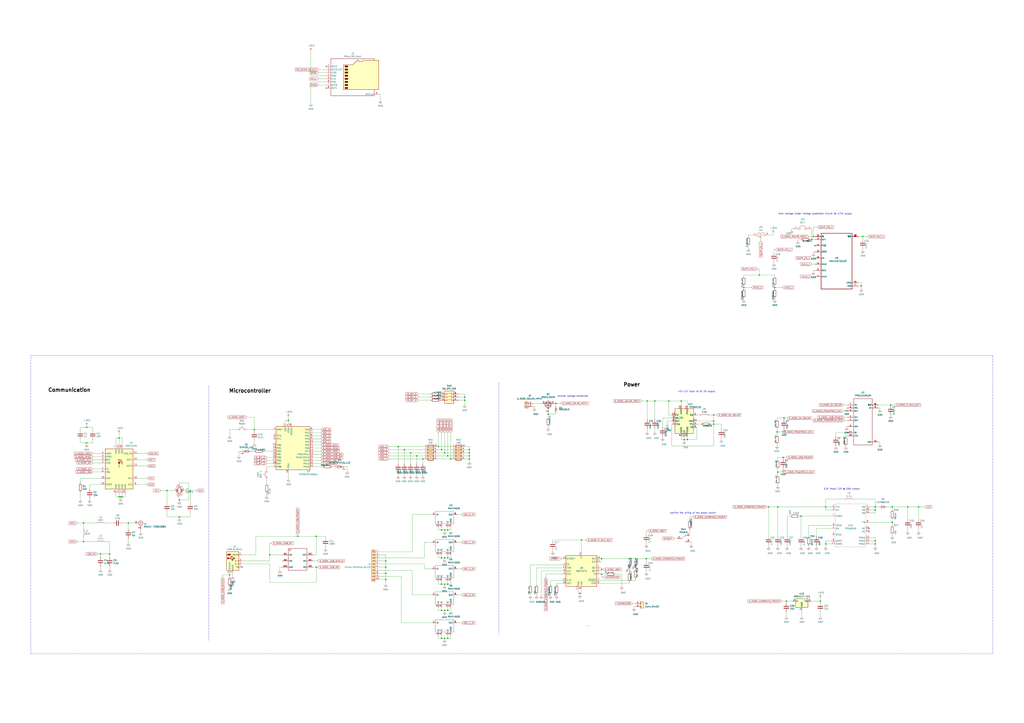
<source format=kicad_sch>
(kicad_sch (version 20200512) (host eeschema "(5.99.0-1836-gb06a45455)")
  (page 1 1)
  (paper "A1")
  (junction (at 68.58 429.895))
  (junction (at 68.58 445.135))
  (junction (at 71.12 351.155))
  (junction (at 71.12 363.855))
  (junction (at 82.55 455.295))
  (junction (at 90.17 455.295))
  (junction (at 97.79 360.045))
  (junction (at 97.79 408.305))
  (junction (at 99.06 408.305))
  (junction (at 100.33 408.305))
  (junction (at 105.41 429.895))
  (junction (at 137.16 403.225))
  (junction (at 147.32 410.845))
  (junction (at 147.32 424.815))
  (junction (at 156.21 403.225))
  (junction (at 188.595 472.44))
  (junction (at 208.915 353.06))
  (junction (at 221.615 455.93))
  (junction (at 236.855 345.44))
  (junction (at 244.475 440.69))
  (junction (at 259.715 440.69))
  (junction (at 259.715 466.09))
  (junction (at 316.865 461.01))
  (junction (at 316.865 466.09))
  (junction (at 316.865 471.17))
  (junction (at 316.865 476.25))
  (junction (at 327.025 367.03))
  (junction (at 332.105 369.57))
  (junction (at 337.185 372.11))
  (junction (at 342.265 374.65))
  (junction (at 347.345 377.19))
  (junction (at 360.045 367.03))
  (junction (at 362.585 369.57))
  (junction (at 362.585 435.61))
  (junction (at 362.585 458.47))
  (junction (at 362.585 480.06))
  (junction (at 362.585 501.65))
  (junction (at 362.585 524.51))
  (junction (at 365.125 372.11))
  (junction (at 365.125 435.61))
  (junction (at 365.125 458.47))
  (junction (at 365.125 480.06))
  (junction (at 365.125 501.65))
  (junction (at 365.125 524.51))
  (junction (at 367.665 374.65))
  (junction (at 367.665 435.61))
  (junction (at 367.665 458.47))
  (junction (at 367.665 480.06))
  (junction (at 367.665 501.65))
  (junction (at 367.665 524.51))
  (junction (at 370.205 377.19))
  (junction (at 381.635 326.39))
  (junction (at 381.635 328.93))
  (junction (at 385.445 369.57))
  (junction (at 385.445 372.11))
  (junction (at 385.445 374.65))
  (junction (at 385.445 377.19))
  (junction (at 450.215 340.36))
  (junction (at 456.565 331.47))
  (junction (at 476.25 487.68))
  (junction (at 477.52 443.865))
  (junction (at 494.03 459.105))
  (junction (at 494.03 467.995))
  (junction (at 494.03 471.805))
  (junction (at 516.89 459.105))
  (junction (at 521.97 459.105))
  (junction (at 530.86 459.105))
  (junction (at 531.495 329.565))
  (junction (at 537.845 329.565))
  (junction (at 549.275 329.565))
  (junction (at 559.435 329.565))
  (junction (at 561.975 361.315))
  (junction (at 564.515 361.315))
  (junction (at 586.105 340.995))
  (junction (at 586.105 346.075))
  (junction (at 586.105 348.615))
  (junction (at 610.87 236.22))
  (junction (at 623.57 226.06))
  (junction (at 631.19 416.56))
  (junction (at 636.27 236.22))
  (junction (at 638.175 354.965))
  (junction (at 638.81 387.985))
  (junction (at 638.81 416.56))
  (junction (at 643.255 375.92))
  (junction (at 643.89 343.535))
  (junction (at 645.795 494.03))
  (junction (at 657.86 424.18))
  (junction (at 666.75 196.85))
  (junction (at 668.02 194.31))
  (junction (at 673.735 494.03))
  (junction (at 678.18 416.56))
  (junction (at 678.18 447.04))
  (junction (at 707.39 234.95))
  (junction (at 708.66 194.31))
  (junction (at 718.82 416.56))
  (junction (at 718.82 419.1))
  (junction (at 718.82 444.5))
  (junction (at 718.82 447.04))
  (junction (at 731.52 332.74))
  (junction (at 732.79 416.56))
  (junction (at 732.79 429.26))
  (junction (at 745.49 416.56))
  (junction (at 754.38 416.56))
  (no_connect (at 267.97 54.61))
  (no_connect (at 669.29 201.93))
  (no_connect (at 713.74 436.88))
  (no_connect (at 713.74 434.34))
  (no_connect (at 198.755 466.09))
  (no_connect (at 267.97 72.39))
  (wire (pts (xy 63.5 429.895) (xy 68.58 429.895)))
  (wire (pts (xy 63.5 445.135) (xy 68.58 445.135)))
  (wire (pts (xy 66.04 351.155) (xy 66.04 353.695)))
  (wire (pts (xy 66.04 361.315) (xy 66.04 363.855)))
  (wire (pts (xy 66.04 363.855) (xy 71.12 363.855)))
  (wire (pts (xy 66.04 393.065) (xy 82.55 393.065)))
  (wire (pts (xy 66.04 396.875) (xy 66.04 393.065)))
  (wire (pts (xy 66.04 410.845) (xy 66.04 404.495)))
  (wire (pts (xy 68.58 429.895) (xy 78.74 429.895)))
  (wire (pts (xy 68.58 433.705) (xy 68.58 429.895)))
  (wire (pts (xy 68.58 445.135) (xy 68.58 441.325)))
  (wire (pts (xy 71.12 349.885) (xy 71.12 351.155)))
  (wire (pts (xy 71.12 351.155) (xy 66.04 351.155)))
  (wire (pts (xy 71.12 363.855) (xy 76.2 363.855)))
  (wire (pts (xy 71.12 365.125) (xy 71.12 363.855)))
  (wire (pts (xy 73.66 398.145) (xy 82.55 398.145)))
  (wire (pts (xy 73.66 401.955) (xy 73.66 398.145)))
  (wire (pts (xy 73.66 410.845) (xy 73.66 409.575)))
  (wire (pts (xy 76.2 351.155) (xy 71.12 351.155)))
  (wire (pts (xy 76.2 353.695) (xy 76.2 351.155)))
  (wire (pts (xy 76.2 363.855) (xy 76.2 361.315)))
  (wire (pts (xy 76.2 372.745) (xy 82.55 372.745)))
  (wire (pts (xy 76.2 375.285) (xy 82.55 375.285)))
  (wire (pts (xy 76.2 377.825) (xy 82.55 377.825)))
  (wire (pts (xy 76.2 380.365) (xy 82.55 380.365)))
  (wire (pts (xy 76.2 385.445) (xy 82.55 385.445)))
  (wire (pts (xy 76.2 387.985) (xy 82.55 387.985)))
  (wire (pts (xy 78.74 445.135) (xy 68.58 445.135)))
  (wire (pts (xy 80.01 455.295) (xy 82.55 455.295)))
  (wire (pts (xy 82.55 455.295) (xy 90.17 455.295)))
  (wire (pts (xy 82.55 457.835) (xy 82.55 455.295)))
  (wire (pts (xy 82.55 467.995) (xy 82.55 465.455)))
  (wire (pts (xy 86.36 445.135) (xy 90.17 445.135)))
  (wire (pts (xy 90.17 445.135) (xy 90.17 455.295)))
  (wire (pts (xy 90.17 455.295) (xy 90.17 457.835)))
  (wire (pts (xy 90.17 467.995) (xy 90.17 465.455)))
  (wire (pts (xy 92.71 429.895) (xy 86.36 429.895)))
  (wire (pts (xy 95.25 360.045) (xy 95.25 365.125)))
  (wire (pts (xy 95.25 405.765) (xy 95.25 408.305)))
  (wire (pts (xy 95.25 408.305) (xy 97.79 408.305)))
  (wire (pts (xy 97.79 356.235) (xy 97.79 360.045)))
  (wire (pts (xy 97.79 360.045) (xy 95.25 360.045)))
  (wire (pts (xy 97.79 365.125) (xy 97.79 360.045)))
  (wire (pts (xy 97.79 405.765) (xy 97.79 408.305)))
  (wire (pts (xy 97.79 408.305) (xy 99.06 408.305)))
  (wire (pts (xy 99.06 408.305) (xy 100.33 408.305)))
  (wire (pts (xy 99.06 409.575) (xy 99.06 408.305)))
  (wire (pts (xy 100.33 360.045) (xy 97.79 360.045)))
  (wire (pts (xy 100.33 365.125) (xy 100.33 360.045)))
  (wire (pts (xy 100.33 405.765) (xy 100.33 408.305)))
  (wire (pts (xy 100.33 408.305) (xy 102.87 408.305)))
  (wire (pts (xy 100.33 429.895) (xy 105.41 429.895)))
  (wire (pts (xy 102.87 408.305) (xy 102.87 405.765)))
  (wire (pts (xy 105.41 429.895) (xy 105.41 434.975)))
  (wire (pts (xy 105.41 446.405) (xy 105.41 442.595)))
  (wire (pts (xy 110.49 429.895) (xy 105.41 429.895)))
  (wire (pts (xy 115.57 437.515) (xy 115.57 434.975)))
  (wire (pts (xy 120.65 372.745) (xy 113.03 372.745)))
  (wire (pts (xy 120.65 377.825) (xy 113.03 377.825)))
  (wire (pts (xy 120.65 382.905) (xy 113.03 382.905)))
  (wire (pts (xy 120.65 393.065) (xy 113.03 393.065)))
  (wire (pts (xy 120.65 398.145) (xy 113.03 398.145)))
  (wire (pts (xy 132.08 403.225) (xy 137.16 403.225)))
  (wire (pts (xy 137.16 403.225) (xy 143.51 403.225)))
  (wire (pts (xy 137.16 413.385) (xy 137.16 403.225)))
  (wire (pts (xy 137.16 421.005) (xy 137.16 424.815)))
  (wire (pts (xy 137.16 424.815) (xy 147.32 424.815)))
  (wire (pts (xy 147.32 396.875) (xy 154.94 396.875)))
  (wire (pts (xy 147.32 398.145) (xy 147.32 396.875)))
  (wire (pts (xy 147.32 410.845) (xy 147.32 408.305)))
  (wire (pts (xy 147.32 412.115) (xy 147.32 410.845)))
  (wire (pts (xy 147.32 424.815) (xy 156.21 424.815)))
  (wire (pts (xy 147.32 426.085) (xy 147.32 424.815)))
  (wire (pts (xy 154.94 396.875) (xy 154.94 410.845)))
  (wire (pts (xy 154.94 410.845) (xy 147.32 410.845)))
  (wire (pts (xy 156.21 403.225) (xy 151.13 403.225)))
  (wire (pts (xy 156.21 413.385) (xy 156.21 403.225)))
  (wire (pts (xy 156.21 424.815) (xy 156.21 421.005)))
  (wire (pts (xy 161.29 403.225) (xy 156.21 403.225)))
  (wire (pts (xy 182.88 472.44) (xy 188.595 472.44)))
  (wire (pts (xy 182.88 474.345) (xy 182.88 472.44)))
  (wire (pts (xy 188.595 353.06) (xy 193.675 353.06)))
  (wire (pts (xy 188.595 358.14) (xy 188.595 353.06)))
  (wire (pts (xy 188.595 471.17) (xy 188.595 472.44)))
  (wire (pts (xy 188.595 472.44) (xy 188.595 474.345)))
  (wire (pts (xy 188.595 481.965) (xy 188.595 483.235)))
  (wire (pts (xy 191.135 473.71) (xy 191.135 471.17)))
  (wire (pts (xy 196.215 370.84) (xy 198.755 370.84)))
  (wire (pts (xy 196.215 374.65) (xy 196.215 370.84)))
  (wire (pts (xy 198.755 455.93) (xy 210.185 455.93)))
  (wire (pts (xy 198.755 461.01) (xy 221.615 461.01)))
  (wire (pts (xy 198.755 463.55) (xy 221.615 463.55)))
  (wire (pts (xy 202.565 342.9) (xy 208.915 342.9)))
  (wire (pts (xy 203.835 353.06) (xy 208.915 353.06)))
  (wire (pts (xy 206.375 370.84) (xy 208.915 370.84)))
  (wire (pts (xy 208.915 342.9) (xy 208.915 353.06)))
  (wire (pts (xy 208.915 353.06) (xy 224.155 353.06)))
  (wire (pts (xy 208.915 354.33) (xy 208.915 353.06)))
  (wire (pts (xy 208.915 364.49) (xy 208.915 361.95)))
  (wire (pts (xy 210.185 440.69) (xy 244.475 440.69)))
  (wire (pts (xy 210.185 455.93) (xy 210.185 440.69)))
  (wire (pts (xy 216.535 370.84) (xy 224.155 370.84)))
  (wire (pts (xy 219.075 375.92) (xy 224.155 375.92)))
  (wire (pts (xy 219.075 378.46) (xy 224.155 378.46)))
  (wire (pts (xy 219.075 381) (xy 224.155 381)))
  (wire (pts (xy 219.075 383.54) (xy 224.155 383.54)))
  (wire (pts (xy 219.075 384.81) (xy 219.075 383.54)))
  (wire (pts (xy 219.075 394.97) (xy 219.075 397.51)))
  (wire (pts (xy 219.075 405.13) (xy 219.075 407.67)))
  (wire (pts (xy 221.615 446.405) (xy 221.615 455.93)))
  (wire (pts (xy 221.615 455.93) (xy 231.775 455.93)))
  (wire (pts (xy 221.615 461.01) (xy 221.615 455.93)))
  (wire (pts (xy 221.615 463.55) (xy 221.615 478.79)))
  (wire (pts (xy 221.615 478.79) (xy 259.715 478.79)))
  (wire (pts (xy 222.885 446.405) (xy 221.615 446.405)))
  (wire (pts (xy 229.87 466.09) (xy 231.775 466.09)))
  (wire (pts (xy 229.87 468.63) (xy 229.87 466.09)))
  (wire (pts (xy 234.315 345.44) (xy 236.855 345.44)))
  (wire (pts (xy 234.315 347.98) (xy 234.315 345.44)))
  (wire (pts (xy 236.855 345.44) (xy 236.855 342.9)))
  (wire (pts (xy 236.855 347.98) (xy 236.855 345.44)))
  (wire (pts (xy 236.855 393.7) (xy 236.855 388.62)))
  (wire (pts (xy 244.475 439.42) (xy 244.475 440.69)))
  (wire (pts (xy 255.27 41.91) (xy 255.27 62.23)))
  (wire (pts (xy 255.27 62.23) (xy 267.97 62.23)))
  (wire (pts (xy 255.27 67.31) (xy 267.97 67.31)))
  (wire (pts (xy 255.27 85.09) (xy 255.27 67.31)))
  (wire (pts (xy 257.175 378.46) (xy 263.525 378.46)))
  (wire (pts (xy 257.175 381) (xy 263.525 381)))
  (wire (pts (xy 257.175 455.93) (xy 259.715 455.93)))
  (wire (pts (xy 257.175 461.01) (xy 260.985 461.01)))
  (wire (pts (xy 257.175 466.09) (xy 259.715 466.09)))
  (wire (pts (xy 259.715 440.69) (xy 244.475 440.69)))
  (wire (pts (xy 259.715 455.93) (xy 259.715 440.69)))
  (wire (pts (xy 259.715 466.09) (xy 260.985 466.09)))
  (wire (pts (xy 259.715 478.79) (xy 259.715 466.09)))
  (wire (pts (xy 261.62 57.15) (xy 267.97 57.15)))
  (wire (pts (xy 261.62 59.69) (xy 267.97 59.69)))
  (wire (pts (xy 261.62 64.77) (xy 267.97 64.77)))
  (wire (pts (xy 261.62 69.85) (xy 267.97 69.85)))
  (wire (pts (xy 263.525 353.06) (xy 257.175 353.06)))
  (wire (pts (xy 263.525 355.6) (xy 257.175 355.6)))
  (wire (pts (xy 263.525 358.14) (xy 257.175 358.14)))
  (wire (pts (xy 263.525 360.68) (xy 257.175 360.68)))
  (wire (pts (xy 263.525 363.22) (xy 257.175 363.22)))
  (wire (pts (xy 263.525 365.76) (xy 257.175 365.76)))
  (wire (pts (xy 263.525 368.3) (xy 257.175 368.3)))
  (wire (pts (xy 263.525 370.84) (xy 257.175 370.84)))
  (wire (pts (xy 263.525 373.38) (xy 257.175 373.38)))
  (wire (pts (xy 263.525 375.92) (xy 257.175 375.92)))
  (wire (pts (xy 264.795 383.54) (xy 257.175 383.54)))
  (wire (pts (xy 267.335 440.69) (xy 259.715 440.69)))
  (wire (pts (xy 267.335 441.96) (xy 267.335 440.69)))
  (wire (pts (xy 267.335 450.85) (xy 267.335 449.58)))
  (wire (pts (xy 274.955 383.54) (xy 272.415 383.54)))
  (wire (pts (xy 285.115 383.54) (xy 282.575 383.54)))
  (wire (pts (xy 285.115 387.35) (xy 285.115 383.54)))
  (wire (pts (xy 311.785 453.39) (xy 338.455 453.39)))
  (wire (pts (xy 311.785 455.93) (xy 316.865 455.93)))
  (wire (pts (xy 311.785 458.47) (xy 348.615 458.47)))
  (wire (pts (xy 311.785 461.01) (xy 316.865 461.01)))
  (wire (pts (xy 311.785 463.55) (xy 348.615 463.55)))
  (wire (pts (xy 311.785 466.09) (xy 316.865 466.09)))
  (wire (pts (xy 311.785 468.63) (xy 338.455 468.63)))
  (wire (pts (xy 311.785 471.17) (xy 316.865 471.17)))
  (wire (pts (xy 311.785 473.71) (xy 329.565 473.71)))
  (wire (pts (xy 312.42 77.47) (xy 311.15 77.47)))
  (wire (pts (xy 312.42 82.55) (xy 312.42 77.47)))
  (wire (pts (xy 316.865 455.93) (xy 316.865 461.01)))
  (wire (pts (xy 316.865 461.01) (xy 316.865 466.09)))
  (wire (pts (xy 316.865 466.09) (xy 316.865 471.17)))
  (wire (pts (xy 316.865 471.17) (xy 316.865 476.25)))
  (wire (pts (xy 316.865 476.25) (xy 311.785 476.25)))
  (wire (pts (xy 316.865 480.06) (xy 316.865 476.25)))
  (wire (pts (xy 319.405 367.03) (xy 327.025 367.03)))
  (wire (pts (xy 319.405 369.57) (xy 332.105 369.57)))
  (wire (pts (xy 319.405 372.11) (xy 337.185 372.11)))
  (wire (pts (xy 319.405 374.65) (xy 342.265 374.65)))
  (wire (pts (xy 319.405 377.19) (xy 347.345 377.19)))
  (wire (pts (xy 327.025 367.03) (xy 348.615 367.03)))
  (wire (pts (xy 327.025 381) (xy 327.025 367.03)))
  (wire (pts (xy 327.025 391.16) (xy 327.025 388.62)))
  (wire (pts (xy 329.565 473.71) (xy 329.565 511.81)))
  (wire (pts (xy 329.565 511.81) (xy 354.965 511.81)))
  (wire (pts (xy 332.105 369.57) (xy 348.615 369.57)))
  (wire (pts (xy 332.105 381) (xy 332.105 369.57)))
  (wire (pts (xy 332.105 391.16) (xy 332.105 388.62)))
  (wire (pts (xy 337.185 372.11) (xy 348.615 372.11)))
  (wire (pts (xy 337.185 381) (xy 337.185 372.11)))
  (wire (pts (xy 337.185 391.16) (xy 337.185 388.62)))
  (wire (pts (xy 338.455 422.91) (xy 354.965 422.91)))
  (wire (pts (xy 338.455 453.39) (xy 338.455 422.91)))
  (wire (pts (xy 338.455 468.63) (xy 338.455 488.95)))
  (wire (pts (xy 338.455 488.95) (xy 354.965 488.95)))
  (wire (pts (xy 342.265 374.65) (xy 348.615 374.65)))
  (wire (pts (xy 342.265 381) (xy 342.265 374.65)))
  (wire (pts (xy 342.265 391.16) (xy 342.265 388.62)))
  (wire (pts (xy 343.535 323.85) (xy 353.695 323.85)))
  (wire (pts (xy 343.535 326.39) (xy 353.695 326.39)))
  (wire (pts (xy 343.535 328.93) (xy 353.695 328.93)))
  (wire (pts (xy 347.345 377.19) (xy 348.615 377.19)))
  (wire (pts (xy 347.345 381) (xy 347.345 377.19)))
  (wire (pts (xy 347.345 391.16) (xy 347.345 388.62)))
  (wire (pts (xy 348.615 445.77) (xy 354.965 445.77)))
  (wire (pts (xy 348.615 458.47) (xy 348.615 445.77)))
  (wire (pts (xy 348.615 463.55) (xy 348.615 467.36)))
  (wire (pts (xy 348.615 467.36) (xy 354.965 467.36)))
  (wire (pts (xy 358.775 367.03) (xy 360.045 367.03)))
  (wire (pts (xy 358.775 369.57) (xy 362.585 369.57)))
  (wire (pts (xy 358.775 372.11) (xy 365.125 372.11)))
  (wire (pts (xy 358.775 374.65) (xy 367.665 374.65)))
  (wire (pts (xy 358.775 377.19) (xy 370.205 377.19)))
  (wire (pts (xy 360.045 355.6) (xy 360.045 367.03)))
  (wire (pts (xy 360.045 367.03) (xy 371.475 367.03)))
  (wire (pts (xy 360.045 433.07) (xy 360.045 435.61)))
  (wire (pts (xy 360.045 435.61) (xy 362.585 435.61)))
  (wire (pts (xy 360.045 455.93) (xy 360.045 458.47)))
  (wire (pts (xy 360.045 458.47) (xy 362.585 458.47)))
  (wire (pts (xy 360.045 477.52) (xy 360.045 480.06)))
  (wire (pts (xy 360.045 480.06) (xy 362.585 480.06)))
  (wire (pts (xy 360.045 499.11) (xy 360.045 501.65)))
  (wire (pts (xy 360.045 501.65) (xy 362.585 501.65)))
  (wire (pts (xy 360.045 521.97) (xy 360.045 524.51)))
  (wire (pts (xy 360.045 524.51) (xy 362.585 524.51)))
  (wire (pts (xy 362.585 355.6) (xy 362.585 369.57)))
  (wire (pts (xy 362.585 369.57) (xy 371.475 369.57)))
  (wire (pts (xy 362.585 433.07) (xy 362.585 435.61)))
  (wire (pts (xy 362.585 435.61) (xy 365.125 435.61)))
  (wire (pts (xy 362.585 455.93) (xy 362.585 458.47)))
  (wire (pts (xy 362.585 458.47) (xy 365.125 458.47)))
  (wire (pts (xy 362.585 477.52) (xy 362.585 480.06)))
  (wire (pts (xy 362.585 480.06) (xy 365.125 480.06)))
  (wire (pts (xy 362.585 499.11) (xy 362.585 501.65)))
  (wire (pts (xy 362.585 501.65) (xy 365.125 501.65)))
  (wire (pts (xy 362.585 521.97) (xy 362.585 524.51)))
  (wire (pts (xy 362.585 524.51) (xy 365.125 524.51)))
  (wire (pts (xy 365.125 355.6) (xy 365.125 372.11)))
  (wire (pts (xy 365.125 372.11) (xy 371.475 372.11)))
  (wire (pts (xy 365.125 435.61) (xy 367.665 435.61)))
  (wire (pts (xy 365.125 436.88) (xy 365.125 435.61)))
  (wire (pts (xy 365.125 458.47) (xy 367.665 458.47)))
  (wire (pts (xy 365.125 459.74) (xy 365.125 458.47)))
  (wire (pts (xy 365.125 480.06) (xy 367.665 480.06)))
  (wire (pts (xy 365.125 481.33) (xy 365.125 480.06)))
  (wire (pts (xy 365.125 501.65) (xy 367.665 501.65)))
  (wire (pts (xy 365.125 502.92) (xy 365.125 501.65)))
  (wire (pts (xy 365.125 524.51) (xy 367.665 524.51)))
  (wire (pts (xy 365.125 525.78) (xy 365.125 524.51)))
  (wire (pts (xy 367.665 355.6) (xy 367.665 374.65)))
  (wire (pts (xy 367.665 374.65) (xy 371.475 374.65)))
  (wire (pts (xy 367.665 433.07) (xy 367.665 435.61)))
  (wire (pts (xy 367.665 435.61) (xy 370.205 435.61)))
  (wire (pts (xy 367.665 455.93) (xy 367.665 458.47)))
  (wire (pts (xy 367.665 458.47) (xy 370.205 458.47)))
  (wire (pts (xy 367.665 477.52) (xy 367.665 480.06)))
  (wire (pts (xy 367.665 480.06) (xy 370.205 480.06)))
  (wire (pts (xy 367.665 499.11) (xy 367.665 501.65)))
  (wire (pts (xy 367.665 501.65) (xy 370.205 501.65)))
  (wire (pts (xy 367.665 521.97) (xy 367.665 524.51)))
  (wire (pts (xy 367.665 524.51) (xy 370.205 524.51)))
  (wire (pts (xy 370.205 355.6) (xy 370.205 377.19)))
  (wire (pts (xy 370.205 377.19) (xy 371.475 377.19)))
  (wire (pts (xy 370.205 435.61) (xy 370.205 433.07)))
  (wire (pts (xy 370.205 458.47) (xy 370.205 455.93)))
  (wire (pts (xy 370.205 480.06) (xy 370.205 477.52)))
  (wire (pts (xy 370.205 501.65) (xy 370.205 499.11)))
  (wire (pts (xy 370.205 524.51) (xy 370.205 521.97)))
  (wire (pts (xy 376.555 323.85) (xy 381.635 323.85)))
  (wire (pts (xy 376.555 326.39) (xy 381.635 326.39)))
  (wire (pts (xy 376.555 328.93) (xy 381.635 328.93)))
  (wire (pts (xy 379.095 422.91) (xy 375.285 422.91)))
  (wire (pts (xy 379.095 445.77) (xy 375.285 445.77)))
  (wire (pts (xy 379.095 467.36) (xy 375.285 467.36)))
  (wire (pts (xy 379.095 488.95) (xy 375.285 488.95)))
  (wire (pts (xy 379.095 511.81) (xy 375.285 511.81)))
  (wire (pts (xy 381.635 323.85) (xy 381.635 326.39)))
  (wire (pts (xy 381.635 326.39) (xy 381.635 328.93)))
  (wire (pts (xy 381.635 328.93) (xy 381.635 332.74)))
  (wire (pts (xy 381.635 367.03) (xy 385.445 367.03)))
  (wire (pts (xy 381.635 369.57) (xy 385.445 369.57)))
  (wire (pts (xy 381.635 372.11) (xy 385.445 372.11)))
  (wire (pts (xy 381.635 374.65) (xy 385.445 374.65)))
  (wire (pts (xy 385.445 367.03) (xy 385.445 369.57)))
  (wire (pts (xy 385.445 369.57) (xy 385.445 372.11)))
  (wire (pts (xy 385.445 372.11) (xy 385.445 374.65)))
  (wire (pts (xy 385.445 374.65) (xy 385.445 377.19)))
  (wire (pts (xy 385.445 377.19) (xy 381.635 377.19)))
  (wire (pts (xy 385.445 379.73) (xy 385.445 377.19)))
  (wire (pts (xy 435.61 464.185) (xy 435.61 480.695)))
  (wire (pts (xy 435.61 464.185) (xy 462.28 464.185)))
  (wire (pts (xy 435.61 489.585) (xy 435.61 488.315)))
  (wire (pts (xy 437.515 331.47) (xy 445.135 331.47)))
  (wire (pts (xy 438.785 334.01) (xy 437.515 334.01)))
  (wire (pts (xy 438.785 335.28) (xy 438.785 334.01)))
  (wire (pts (xy 440.69 466.725) (xy 462.28 466.725)))
  (wire (pts (xy 440.69 480.695) (xy 440.69 466.725)))
  (wire (pts (xy 440.69 488.315) (xy 440.69 489.585)))
  (wire (pts (xy 444.5 469.265) (xy 444.5 489.585)))
  (wire (pts (xy 448.31 471.805) (xy 462.28 471.805)))
  (wire (pts (xy 448.31 474.345) (xy 448.31 471.805)))
  (wire (pts (xy 450.215 340.36) (xy 450.215 339.09)))
  (wire (pts (xy 450.215 340.36) (xy 450.215 342.9)))
  (wire (pts (xy 450.215 350.52) (xy 450.215 351.79)))
  (wire (pts (xy 452.12 476.885) (xy 462.28 476.885)))
  (wire (pts (xy 452.12 480.695) (xy 452.12 476.885)))
  (wire (pts (xy 452.12 488.315) (xy 452.12 489.585)))
  (wire (pts (xy 454.025 443.865) (xy 454.025 444.5)))
  (wire (pts (xy 454.025 443.865) (xy 477.52 443.865)))
  (wire (pts (xy 454.025 452.12) (xy 454.025 453.39)))
  (wire (pts (xy 455.295 331.47) (xy 456.565 331.47)))
  (wire (pts (xy 456.565 331.47) (xy 456.565 334.01)))
  (wire (pts (xy 456.565 331.47) (xy 460.375 331.47)))
  (wire (pts (xy 456.565 339.09) (xy 456.565 340.36)))
  (wire (pts (xy 456.565 340.36) (xy 450.215 340.36)))
  (wire (pts (xy 457.2 479.425) (xy 462.28 479.425)))
  (wire (pts (xy 457.2 480.695) (xy 457.2 479.425)))
  (wire (pts (xy 457.2 488.315) (xy 457.2 489.585)))
  (wire (pts (xy 461.01 459.105) (xy 462.28 459.105)))
  (wire (pts (xy 462.28 469.265) (xy 444.5 469.265)))
  (wire (pts (xy 474.98 487.68) (xy 474.98 485.14)))
  (wire (pts (xy 476.25 487.68) (xy 474.98 487.68)))
  (wire (pts (xy 476.25 487.68) (xy 476.25 488.95)))
  (wire (pts (xy 477.52 443.865) (xy 477.52 454.025)))
  (wire (pts (xy 477.52 485.14) (xy 477.52 487.68)))
  (wire (pts (xy 477.52 487.68) (xy 476.25 487.68)))
  (wire (pts (xy 481.33 443.865) (xy 477.52 443.865)))
  (wire (pts (xy 492.76 459.105) (xy 494.03 459.105)))
  (wire (pts (xy 492.76 461.645) (xy 494.03 461.645)))
  (wire (pts (xy 492.76 471.805) (xy 494.03 471.805)))
  (wire (pts (xy 492.76 476.885) (xy 521.97 476.885)))
  (wire (pts (xy 492.76 479.425) (xy 516.89 479.425)))
  (wire (pts (xy 494.03 459.105) (xy 516.89 459.105)))
  (wire (pts (xy 494.03 461.645) (xy 494.03 459.105)))
  (wire (pts (xy 494.03 466.725) (xy 492.76 466.725)))
  (wire (pts (xy 494.03 467.995) (xy 494.03 466.725)))
  (wire (pts (xy 494.03 467.995) (xy 494.03 469.265)))
  (wire (pts (xy 494.03 469.265) (xy 492.76 469.265)))
  (wire (pts (xy 494.03 471.805) (xy 497.84 471.805)))
  (wire (pts (xy 494.03 474.345) (xy 494.03 471.805)))
  (wire (pts (xy 495.3 467.995) (xy 494.03 467.995)))
  (wire (pts (xy 495.3 474.345) (xy 494.03 474.345)))
  (wire (pts (xy 505.46 471.805) (xy 510.54 471.805)))
  (wire (pts (xy 510.54 471.805) (xy 510.54 481.965)))
  (wire (pts (xy 516.89 459.105) (xy 516.89 461.645)))
  (wire (pts (xy 516.89 459.105) (xy 521.97 459.105)))
  (wire (pts (xy 516.89 469.265) (xy 516.89 470.535)))
  (wire (pts (xy 516.89 479.425) (xy 516.89 478.155)))
  (wire (pts (xy 519.43 495.935) (xy 521.97 495.935)))
  (wire (pts (xy 520.7 498.475) (xy 521.97 498.475)))
  (wire (pts (xy 520.7 499.745) (xy 520.7 498.475)))
  (wire (pts (xy 521.97 459.105) (xy 530.86 459.105)))
  (wire (pts (xy 521.97 466.725) (xy 521.97 467.995)))
  (wire (pts (xy 521.97 476.885) (xy 521.97 475.615)))
  (wire (pts (xy 527.05 329.565) (xy 531.495 329.565)))
  (wire (pts (xy 530.86 436.245) (xy 532.13 436.245)))
  (wire (pts (xy 530.86 438.785) (xy 530.86 436.245)))
  (wire (pts (xy 530.86 446.405) (xy 530.86 447.675)))
  (wire (pts (xy 530.86 459.105) (xy 534.67 459.105)))
  (wire (pts (xy 530.86 461.645) (xy 530.86 459.105)))
  (wire (pts (xy 530.86 469.265) (xy 530.86 470.535)))
  (wire (pts (xy 531.495 329.565) (xy 537.845 329.565)))
  (wire (pts (xy 531.495 344.805) (xy 531.495 329.565)))
  (wire (pts (xy 531.495 352.425) (xy 531.495 354.965)))
  (wire (pts (xy 537.845 329.565) (xy 549.275 329.565)))
  (wire (pts (xy 537.845 344.805) (xy 537.845 329.565)))
  (wire (pts (xy 537.845 352.425) (xy 537.845 354.965)))
  (wire (pts (xy 544.195 343.535) (xy 551.815 343.535)))
  (wire (pts (xy 544.195 351.155) (xy 544.195 343.535)))
  (wire (pts (xy 544.195 358.775) (xy 544.195 360.045)))
  (wire (pts (xy 548.005 346.075) (xy 551.815 346.075)))
  (wire (pts (xy 548.005 348.615) (xy 548.005 346.075)))
  (wire (pts (xy 549.275 329.565) (xy 549.275 340.995)))
  (wire (pts (xy 549.275 340.995) (xy 551.815 340.995)))
  (wire (pts (xy 551.815 348.615) (xy 551.815 366.395)))
  (wire (pts (xy 551.815 366.395) (xy 586.105 366.395)))
  (wire (pts (xy 553.72 442.595) (xy 556.26 442.595)))
  (wire (pts (xy 559.435 329.565) (xy 549.275 329.565)))
  (wire (pts (xy 559.435 329.565) (xy 559.435 333.375)))
  (wire (pts (xy 559.435 358.775) (xy 559.435 361.315)))
  (wire (pts (xy 559.435 361.315) (xy 561.975 361.315)))
  (wire (pts (xy 561.975 358.775) (xy 561.975 361.315)))
  (wire (pts (xy 561.975 361.315) (xy 561.975 362.585)))
  (wire (pts (xy 561.975 361.315) (xy 564.515 361.315)))
  (wire (pts (xy 564.515 329.565) (xy 559.435 329.565)))
  (wire (pts (xy 564.515 333.375) (xy 564.515 329.565)))
  (wire (pts (xy 564.515 361.315) (xy 564.515 358.775)))
  (wire (pts (xy 566.42 424.815) (xy 568.96 424.815)))
  (wire (pts (xy 566.42 427.355) (xy 566.42 424.815)))
  (wire (pts (xy 566.42 434.975) (xy 566.42 440.055)))
  (wire (pts (xy 567.69 445.135) (xy 566.42 445.135)))
  (wire (pts (xy 567.69 447.675) (xy 567.69 445.135)))
  (wire (pts (xy 572.135 340.995) (xy 574.675 340.995)))
  (wire (pts (xy 572.135 346.075) (xy 586.105 346.075)))
  (wire (pts (xy 572.135 348.615) (xy 575.945 348.615)))
  (wire (pts (xy 572.135 351.155) (xy 572.135 361.315)))
  (wire (pts (xy 572.135 361.315) (xy 564.515 361.315)))
  (wire (pts (xy 583.565 348.615) (xy 586.105 348.615)))
  (wire (pts (xy 586.105 340.995) (xy 582.295 340.995)))
  (wire (pts (xy 586.105 340.995) (xy 586.105 346.075)))
  (wire (pts (xy 586.105 340.995) (xy 588.645 340.995)))
  (wire (pts (xy 586.105 348.615) (xy 586.105 346.075)))
  (wire (pts (xy 586.105 366.395) (xy 586.105 348.615)))
  (wire (pts (xy 592.455 348.615) (xy 586.105 348.615)))
  (wire (pts (xy 592.455 352.425) (xy 592.455 348.615)))
  (wire (pts (xy 592.455 360.045) (xy 592.455 361.315)))
  (wire (pts (xy 610.87 226.06) (xy 623.57 226.06)))
  (wire (pts (xy 610.87 227.33) (xy 610.87 226.06)))
  (wire (pts (xy 610.87 234.95) (xy 610.87 236.22)))
  (wire (pts (xy 610.87 236.22) (xy 617.22 236.22)))
  (wire (pts (xy 610.87 237.49) (xy 610.87 236.22)))
  (wire (pts (xy 610.87 245.11) (xy 610.87 246.38)))
  (wire (pts (xy 614.68 193.04) (xy 618.49 193.04)))
  (wire (pts (xy 614.68 194.31) (xy 614.68 193.04)))
  (wire (pts (xy 614.68 201.93) (xy 614.68 204.47)))
  (wire (pts (xy 622.3 220.98) (xy 623.57 220.98)))
  (wire (pts (xy 623.57 220.98) (xy 623.57 226.06)))
  (wire (pts (xy 623.57 226.06) (xy 636.27 226.06)))
  (wire (pts (xy 624.84 195.58) (xy 624.84 198.12)))
  (wire (pts (xy 629.793 416.56) (xy 631.19 416.56)))
  (wire (pts (xy 631.19 193.04) (xy 635 193.04)))
  (wire (pts (xy 631.19 416.56) (xy 638.81 416.56)))
  (wire (pts (xy 631.19 440.69) (xy 631.19 416.56)))
  (wire (pts (xy 631.19 448.31) (xy 631.19 449.58)))
  (wire (pts (xy 635 191.77) (xy 635 193.04)))
  (wire (pts (xy 635.635 205.105) (xy 635.635 207.645)))
  (wire (pts (xy 635.635 215.265) (xy 635.635 216.535)))
  (wire (pts (xy 636.27 226.06) (xy 636.27 227.33)))
  (wire (pts (xy 636.27 234.95) (xy 636.27 236.22)))
  (wire (pts (xy 636.27 236.22) (xy 642.62 236.22)))
  (wire (pts (xy 636.27 237.49) (xy 636.27 236.22)))
  (wire (pts (xy 636.27 245.11) (xy 636.27 246.38)))
  (wire (pts (xy 636.905 205.105) (xy 635.635 205.105)))
  (wire (pts (xy 638.175 343.535) (xy 638.175 344.805)))
  (wire (pts (xy 638.175 352.425) (xy 638.175 354.965)))
  (wire (pts (xy 638.175 354.965) (xy 638.175 357.505)))
  (wire (pts (xy 638.175 365.125) (xy 638.175 366.395)))
  (wire (pts (xy 638.81 375.92) (xy 638.81 377.825)))
  (wire (pts (xy 638.81 385.445) (xy 638.81 387.985)))
  (wire (pts (xy 638.81 387.985) (xy 638.81 390.525)))
  (wire (pts (xy 638.81 398.145) (xy 638.81 399.415)))
  (wire (pts (xy 638.81 416.56) (xy 638.81 440.69)))
  (wire (pts (xy 638.81 416.56) (xy 678.18 416.56)))
  (wire (pts (xy 638.81 448.31) (xy 638.81 449.58)))
  (wire (pts (xy 641.985 494.03) (xy 645.795 494.03)))
  (wire (pts (xy 642.62 354.965) (xy 638.175 354.965)))
  (wire (pts (xy 643.255 375.92) (xy 638.81 375.92)))
  (wire (pts (xy 643.255 375.92) (xy 643.255 377.19)))
  (wire (pts (xy 643.255 384.81) (xy 643.255 385.445)))
  (wire (pts (xy 643.255 387.985) (xy 638.81 387.985)))
  (wire (pts (xy 643.89 343.535) (xy 638.175 343.535)))
  (wire (pts (xy 643.89 343.535) (xy 643.89 344.805)))
  (wire (pts (xy 643.89 352.425) (xy 643.89 353.06)))
  (wire (pts (xy 645.795 375.92) (xy 643.255 375.92)))
  (wire (pts (xy 645.795 494.03) (xy 650.875 494.03)))
  (wire (pts (xy 645.795 495.3) (xy 645.795 494.03)))
  (wire (pts (xy 645.795 506.73) (xy 645.795 502.92)))
  (wire (pts (xy 646.43 343.535) (xy 643.89 343.535)))
  (wire (pts (xy 646.43 424.18) (xy 648.97 424.18)))
  (wire (pts (xy 646.43 440.69) (xy 646.43 424.18)))
  (wire (pts (xy 646.43 448.31) (xy 646.43 449.58)))
  (wire (pts (xy 650.24 187.96) (xy 651.51 187.96)))
  (wire (pts (xy 650.24 189.23) (xy 650.24 187.96)))
  (wire (pts (xy 655.32 196.85) (xy 657.86 196.85)))
  (wire (pts (xy 655.32 198.12) (xy 655.32 196.85)))
  (wire (pts (xy 656.59 424.18) (xy 657.86 424.18)))
  (wire (pts (xy 657.86 424.18) (xy 683.26 424.18)))
  (wire (pts (xy 657.86 440.69) (xy 657.86 424.18)))
  (wire (pts (xy 657.86 448.31) (xy 657.86 449.58)))
  (wire (pts (xy 658.495 506.73) (xy 658.495 501.65)))
  (wire (pts (xy 664.21 194.31) (xy 668.02 194.31)))
  (wire (pts (xy 664.21 431.8) (xy 683.26 431.8)))
  (wire (pts (xy 664.21 440.69) (xy 664.21 431.8)))
  (wire (pts (xy 664.21 448.31) (xy 664.21 449.58)))
  (wire (pts (xy 665.48 196.85) (xy 666.75 196.85)))
  (wire (pts (xy 666.75 187.96) (xy 666.75 196.85)))
  (wire (pts (xy 666.75 196.85) (xy 669.29 196.85)))
  (wire (pts (xy 666.75 212.09) (xy 669.29 212.09)))
  (wire (pts (xy 666.75 217.17) (xy 669.29 217.17)))
  (wire (pts (xy 666.75 227.33) (xy 669.29 227.33)))
  (wire (pts (xy 668.02 186.69) (xy 668.02 194.31)))
  (wire (pts (xy 668.02 194.31) (xy 669.29 194.31)))
  (wire (pts (xy 668.02 207.01) (xy 669.29 207.01)))
  (wire (pts (xy 668.02 208.28) (xy 668.02 207.01)))
  (wire (pts (xy 668.02 222.25) (xy 669.29 222.25)))
  (wire (pts (xy 668.02 223.52) (xy 668.02 222.25)))
  (wire (pts (xy 670.56 434.34) (xy 683.26 434.34)))
  (wire (pts (xy 670.56 440.69) (xy 670.56 434.34)))
  (wire (pts (xy 670.56 448.31) (xy 670.56 449.58)))
  (wire (pts (xy 671.195 186.69) (xy 668.02 186.69)))
  (wire (pts (xy 673.735 491.49) (xy 673.735 494.03)))
  (wire (pts (xy 673.735 494.03) (xy 666.115 494.03)))
  (wire (pts (xy 673.735 495.3) (xy 673.735 494.03)))
  (wire (pts (xy 673.735 506.73) (xy 673.735 502.92)))
  (wire (pts (xy 678.18 410.21) (xy 678.18 416.56)))
  (wire (pts (xy 678.18 416.56) (xy 683.26 416.56)))
  (wire (pts (xy 678.18 419.1) (xy 678.18 416.56)))
  (wire (pts (xy 678.18 444.5) (xy 683.26 444.5)))
  (wire (pts (xy 678.18 447.04) (xy 678.18 444.5)))
  (wire (pts (xy 678.18 447.04) (xy 678.18 449.58)))
  (wire (pts (xy 683.26 419.1) (xy 678.18 419.1)))
  (wire (pts (xy 683.26 447.04) (xy 678.18 447.04)))
  (wire (pts (xy 686.435 355.6) (xy 686.435 358.775)))
  (wire (pts (xy 686.435 366.395) (xy 686.435 367.03)))
  (wire (pts (xy 692.785 332.74) (xy 695.96 332.74)))
  (wire (pts (xy 692.785 337.82) (xy 695.96 337.82)))
  (wire (pts (xy 693.42 342.9) (xy 695.96 342.9)))
  (wire (pts (xy 693.42 345.44) (xy 695.96 345.44)))
  (wire (pts (xy 693.42 410.21) (xy 678.18 410.21)))
  (wire (pts (xy 694.69 358.14) (xy 695.96 358.14)))
  (wire (pts (xy 694.69 358.775) (xy 694.69 358.14)))
  (wire (pts (xy 694.69 366.395) (xy 694.69 367.03)))
  (wire (pts (xy 695.325 335.28) (xy 695.96 335.28)))
  (wire (pts (xy 695.325 335.915) (xy 695.325 335.28)))
  (wire (pts (xy 695.325 350.52) (xy 695.96 350.52)))
  (wire (pts (xy 695.325 351.155) (xy 695.325 350.52)))
  (wire (pts (xy 695.96 355.6) (xy 686.435 355.6)))
  (wire (pts (xy 701.04 410.21) (xy 718.82 410.21)))
  (wire (pts (xy 704.85 232.41) (xy 707.39 232.41)))
  (wire (pts (xy 704.85 234.95) (xy 707.39 234.95)))
  (wire (pts (xy 707.39 232.41) (xy 707.39 234.95)))
  (wire (pts (xy 707.39 234.95) (xy 707.39 237.49)))
  (wire (pts (xy 708.66 194.31) (xy 704.85 194.31)))
  (wire (pts (xy 708.66 194.31) (xy 712.47 194.31)))
  (wire (pts (xy 708.66 196.85) (xy 708.66 194.31)))
  (wire (pts (xy 708.66 204.47) (xy 708.66 205.74)))
  (wire (pts (xy 713.74 419.1) (xy 718.82 419.1)))
  (wire (pts (xy 713.74 421.64) (xy 718.82 421.64)))
  (wire (pts (xy 713.74 429.26) (xy 732.79 429.26)))
  (wire (pts (xy 713.74 441.96) (xy 718.82 441.96)))
  (wire (pts (xy 713.74 444.5) (xy 718.82 444.5)))
  (wire (pts (xy 718.82 410.21) (xy 718.82 416.56)))
  (wire (pts (xy 718.82 416.56) (xy 713.74 416.56)))
  (wire (pts (xy 718.82 416.56) (xy 721.36 416.56)))
  (wire (pts (xy 718.82 419.1) (xy 718.82 416.56)))
  (wire (pts (xy 718.82 421.64) (xy 718.82 419.1)))
  (wire (pts (xy 718.82 441.96) (xy 718.82 444.5)))
  (wire (pts (xy 718.82 444.5) (xy 718.82 447.04)))
  (wire (pts (xy 718.82 447.04) (xy 713.74 447.04)))
  (wire (pts (xy 718.82 447.04) (xy 718.82 449.58)))
  (wire (pts (xy 721.36 332.74) (xy 731.52 332.74)))
  (wire (pts (xy 722.63 335.28) (xy 721.36 335.28)))
  (wire (pts (xy 722.63 336.55) (xy 722.63 335.28)))
  (wire (pts (xy 722.63 363.22) (xy 721.36 363.22)))
  (wire (pts (xy 722.63 365.125) (xy 722.63 363.22)))
  (wire (pts (xy 728.98 416.56) (xy 732.79 416.56)))
  (wire (pts (xy 731.52 332.74) (xy 734.695 332.74)))
  (wire (pts (xy 731.52 333.375) (xy 731.52 332.74)))
  (wire (pts (xy 731.52 340.995) (xy 731.52 341.63)))
  (wire (pts (xy 732.79 416.56) (xy 732.79 419.1)))
  (wire (pts (xy 732.79 426.72) (xy 732.79 429.26)))
  (wire (pts (xy 732.79 429.26) (xy 732.79 431.8)))
  (wire (pts (xy 732.79 439.42) (xy 732.79 440.69)))
  (wire (pts (xy 745.49 416.56) (xy 732.79 416.56)))
  (wire (pts (xy 745.49 416.56) (xy 745.49 426.72)))
  (wire (pts (xy 745.49 434.34) (xy 745.49 436.88)))
  (wire (pts (xy 754.38 416.56) (xy 745.49 416.56)))
  (wire (pts (xy 754.38 416.56) (xy 759.46 416.56)))
  (wire (pts (xy 754.38 426.72) (xy 754.38 416.56)))
  (wire (pts (xy 754.38 434.34) (xy 754.38 436.88)))
  (polyline (pts (xy 25.4 292.1) (xy 815.34 292.1)) (stroke (width 0) (type dash)))
  (polyline (pts (xy 25.4 537.21) (xy 25.4 292.1)) (stroke (width 0) (type dash)))
  (polyline (pts (xy 171.45 316.865) (xy 171.45 526.415)) (stroke (width 0) (type dash)))
  (polyline (pts (xy 409.575 314.325) (xy 409.575 521.335)) (stroke (width 0) (type dash)))
  (polyline (pts (xy 482.6 514.35) (xy 483.87 514.35)) (stroke (width 0) (type dash)))
  (polyline (pts (xy 815.34 292.1) (xy 815.34 537.21)) (stroke (width 0) (type dash)))
  (polyline (pts (xy 815.34 537.21) (xy 25.4 537.21)) (stroke (width 0) (type dash)))
  (text "reverse voltage protection\n" (at 483.235 326.39 180) (effects (font (size 1.27 1.27)) (justify right bottom)))
  (text "4.5-17V input to 5V 2A output\n" (at 556.895 322.58 0) (effects (font (size 1.27 1.27)) (justify left bottom)))
  (text "confirm the wiring of the power switch\n" (at 588.01 422.402 180) (effects (font (size 1.27 1.27)) (justify right bottom)))
  (text "Over Voltage Under Voltage protection circuit (6-17V) output\n" (at 699.77 176.53 0) (effects (font (size 1.27 1.27)) (justify right bottom)))
  (text "3.3V imput 12V @ 0.6A output\n" (at 706.12 402.59 180) (effects (font (size 1.27 1.27)) (justify right bottom)))
  (label "Communication" (at 39.37 323.215 0) (effects (font (size 2.9972 2.9972) (thickness 0.5994) bold)))
  (label "Microcontroller" (at 187.96 323.85 0) (effects (font (size 2.9972 2.9972) (thickness 0.5994) bold)))
  (label "Power" (at 511.81 318.77 0) (effects (font (size 2.9972 2.9972) (thickness 0.5994) bold)))
  (global_label "ANT1" (shape input) (at 63.5 429.895 180))
  (global_label "ANT2" (shape input) (at 63.5 445.135 180))
  (global_label "S_NODE_MOSI" (shape input) (at 76.2 372.745 180))
  (global_label "S_NODE_MISO" (shape input) (at 76.2 375.285 180))
  (global_label "S_NODE_SCK" (shape input) (at 76.2 377.825 180))
  (global_label "S_NODE_SS" (shape input) (at 76.2 380.365 180))
  (global_label "S_NODE_CE" (shape input) (at 76.2 385.445 180))
  (global_label "S_NODE_IRQ" (shape input) (at 76.2 387.985 180))
  (global_label "VDD_PA" (shape input) (at 80.01 455.295 180))
  (global_label "VDD_PA" (shape input) (at 120.65 372.745 0))
  (global_label "ANT1" (shape input) (at 120.65 377.825 0))
  (global_label "ANT2" (shape input) (at 120.65 382.905 0))
  (global_label "XC1" (shape input) (at 120.65 393.065 0))
  (global_label "XC2" (shape input) (at 120.65 398.145 0))
  (global_label "XC1" (shape input) (at 132.08 403.225 180))
  (global_label "XC2" (shape input) (at 161.29 403.225 0))
  (global_label "S_NODE_USB_SHIELD" (shape input) (at 182.88 474.345 270))
  (global_label "S_NODE_NRST" (shape input) (at 202.565 342.9 180))
  (global_label "ID_BIT_2" (shape input) (at 219.075 375.92 180))
  (global_label "ID_BIT_1" (shape input) (at 219.075 378.46 180))
  (global_label "ID_BIT_0" (shape input) (at 219.075 381 180))
  (global_label "S_NODE_USB_DP" (shape input) (at 222.885 446.405 0))
  (global_label "S_NODE_USB_POWER" (shape input) (at 244.475 439.42 90))
  (global_label "S_NODE_USB_SHIELD" (shape input) (at 260.985 461.01 0))
  (global_label "S_NODE_USB_DM" (shape input) (at 260.985 466.09 0))
  (global_label "SD_SLAVE_SELECT" (shape input) (at 261.62 57.15 180))
  (global_label "MOSI" (shape input) (at 261.62 59.69 180))
  (global_label "MCLK" (shape input) (at 261.62 64.77 180))
  (global_label "MISO" (shape input) (at 261.62 69.85 180))
  (global_label "ADC_0" (shape input) (at 263.525 353.06 0))
  (global_label "ADC_1" (shape input) (at 263.525 355.6 0))
  (global_label "ADC_2" (shape input) (at 263.525 358.14 0))
  (global_label "ADC_3" (shape input) (at 263.525 360.68 0))
  (global_label "ADC_4" (shape input) (at 263.525 363.22 0))
  (global_label "S_NODE_SCK" (shape input) (at 263.525 365.76 0))
  (global_label "S_NODE_MISO" (shape input) (at 263.525 368.3 0))
  (global_label "S_NODE_MOSI" (shape input) (at 263.525 370.84 0))
  (global_label "S_NODE_USB_DM" (shape input) (at 263.525 373.38 0))
  (global_label "S_NODE_USB_DP" (shape input) (at 263.525 375.92 0))
  (global_label "S_NODE_IRQ" (shape input) (at 263.525 378.46 0))
  (global_label "S_NODE_CE" (shape input) (at 263.525 381 0))
  (global_label "ADC_0" (shape input) (at 319.405 367.03 180))
  (global_label "ADC_1" (shape input) (at 319.405 369.57 180))
  (global_label "ADC_2" (shape input) (at 319.405 372.11 180))
  (global_label "ADC_3" (shape input) (at 319.405 374.65 180))
  (global_label "ADC_4" (shape input) (at 319.405 377.19 180))
  (global_label "ID_BIT_0" (shape input) (at 343.535 323.85 180))
  (global_label "ID_BIT_1" (shape input) (at 343.535 326.39 180))
  (global_label "ID_BIT_2" (shape input) (at 343.535 328.93 180))
  (global_label "ADC_0_IN" (shape input) (at 360.045 355.6 90))
  (global_label "ADC_1_IN" (shape input) (at 362.585 355.6 90))
  (global_label "ADC_2_IN" (shape input) (at 365.125 355.6 90))
  (global_label "ADC_3_IN" (shape input) (at 367.665 355.6 90))
  (global_label "ADC_4_IN" (shape input) (at 370.205 355.6 90))
  (global_label "ADC_0_IN" (shape input) (at 379.095 422.91 0))
  (global_label "ADC_1_IN" (shape input) (at 379.095 445.77 0))
  (global_label "ADC_2_IN" (shape input) (at 379.095 467.36 0))
  (global_label "ADC_3_IN" (shape input) (at 379.095 488.95 0))
  (global_label "ADC_4_IN" (shape input) (at 379.095 511.81 0))
  (global_label "S_NODE_COMBINED_POWER" (shape input) (at 448.31 474.345 270))
  (global_label "S_NODE_SOLAR_INPUT" (shape input) (at 460.375 331.47 0))
  (global_label "SYSOFF" (shape input) (at 461.01 459.105 180))
  (global_label "S_NODE_P_MUX_OUT" (shape input) (at 481.33 443.865 0))
  (global_label "S_NODE_VBAT" (shape input) (at 495.3 467.995 0))
  (global_label "THERMISTOR" (shape input) (at 495.3 474.345 0))
  (global_label "THERMISTOR" (shape input) (at 519.43 495.935 180))
  (global_label "S_NODE_SOLAR_INPUT" (shape input) (at 527.05 329.565 180))
  (global_label "S_NODE_VBAT" (shape input) (at 532.13 436.245 0))
  (global_label "S_NODE_COMBINED_POWER" (shape input) (at 534.67 459.105 0))
  (global_label "SYSOFF" (shape input) (at 553.72 442.595 180))
  (global_label "S_NODE_COMBINED_POWER" (shape input) (at 568.96 424.815 0))
  (global_label "S_NODE_5V_SOLAR" (shape input) (at 588.645 340.995 0))
  (global_label "OVLO_1" (shape input) (at 617.22 236.22 0))
  (global_label "OUVP_VIN_1" (shape input) (at 622.3 220.98 180))
  (global_label "OUVP_EN_1" (shape input) (at 624.84 198.12 270))
  (global_label "S_NODE_COMBINED_POWER" (shape input) (at 629.793 416.56 180))
  (global_label "OUVP_VIN_1" (shape input) (at 636.905 205.105 0))
  (global_label "S_NODE_COMBINED_POWER" (shape input) (at 641.985 494.03 180))
  (global_label "UVLO_1" (shape input) (at 642.62 236.22 0))
  (global_label "S_NODE_POWERMUX_OV1" (shape input) (at 642.62 354.965 0))
  (global_label "S_NODE_POWERMUX_OV2" (shape input) (at 643.255 387.985 0))
  (global_label "S_NODE_USB_POWER" (shape input) (at 645.795 375.92 0))
  (global_label "S_NODE_5V_SOLAR" (shape input) (at 646.43 343.535 0))
  (global_label "S_NODE_SOLAR_INPUT" (shape input) (at 664.21 194.31 180))
  (global_label "OUVP_EN_1" (shape input) (at 666.75 212.09 180))
  (global_label "OVLO_1" (shape input) (at 666.75 217.17 180))
  (global_label "UVLO_1" (shape input) (at 666.75 227.33 180))
  (global_label "OUVP_VIN_1" (shape input) (at 671.195 186.69 0))
  (global_label "S_NODE_5V_SOLAR" (shape input) (at 692.785 332.74 180))
  (global_label "S_NODE_POWERMUX_OV1" (shape input) (at 692.785 337.82 180))
  (global_label "S_NODE_USB_POWER" (shape input) (at 693.42 342.9 180))
  (global_label "S_NODE_POWERMUX_OV2" (shape input) (at 693.42 345.44 180))
  (global_label "OUVP_OUT_1" (shape input) (at 712.47 194.31 0))
  (global_label "S_NODE_P_MUX_OUT" (shape input) (at 734.695 332.74 0))
  (global_label "12V" (shape input) (at 759.46 416.56 0))
  (symbol (lib_id "power:+3.3V") (at 71.12 349.885 0) (unit 1)
    (property "Reference" "#PWR02" (effects hide))
    (property "Value" "+3.3V" (at 71.501 345.4908 0))
  )
  (symbol (lib_id "power:+3.3V") (at 97.79 356.235 0) (unit 1)
    (property "Reference" "#PWR07" (effects hide))
    (property "Value" "+3.3V" (at 98.171 351.8408 0))
  )
  (symbol (lib_id "power:+3.3V") (at 236.855 342.9 0) (unit 1)
    (property "Reference" "#PWR018" (effects hide))
    (property "Value" "+3.3V" (at 237.236 338.5058 0))
  )
  (symbol (lib_id "power:+3.3V") (at 255.27 41.91 0) (unit 1)
    (property "Reference" "#PWR021" (effects hide))
    (property "Value" "+3.3V" (at 255.651 37.5158 0))
  )
  (symbol (lib_id "power:+3.3V") (at 635 191.77 0) (unit 1)
    (property "Reference" "#PWR052" (effects hide))
    (property "Value" "+3.3V" (at 635.381 187.3758 0))
  )
  (symbol (lib_id "power:+3.3V") (at 673.735 491.49 0) (unit 1)
    (property "Reference" "#PWR077" (effects hide))
    (property "Value" "+3.3V" (at 674.116 487.0958 0))
  )
  (symbol (lib_id "Device:L") (at 68.58 437.515 0) (unit 1)
    (property "Reference" "L1" (at 69.9008 436.3466 0) (effects (justify left)))
    (property "Value" "8.2n" (at 69.9008 438.658 0) (effects (justify left)))
    (property "Footprint" "Inductor_SMD:L_0402_1005Metric" (effects hide))
  )
  (symbol (lib_id "Device:L") (at 82.55 429.895 90) (unit 1)
    (property "Reference" "L2" (at 82.55 425.069 90))
    (property "Value" "3.9n" (at 82.55 427.3804 90))
    (property "Footprint" "Inductor_SMD:L_0402_1005Metric" (effects hide))
  )
  (symbol (lib_id "Device:L") (at 82.55 445.135 90) (unit 1)
    (property "Reference" "L3" (at 82.55 440.309 90))
    (property "Value" "2.7n" (at 82.55 442.6204 90))
    (property "Footprint" "Inductor_SMD:L_0402_1005Metric" (effects hide))
  )
  (symbol (lib_name "Device:L_2") (lib_id "Device:L") (at 578.485 340.995 270) (mirror x) (unit 1)
    (property "Reference" "L4" (at 578.485 335.915 90))
    (property "Value" "2.2u" (at 578.485 338.455 90))
  )
  (symbol (lib_name "Device:L_1") (lib_id "Device:L") (at 697.23 410.21 90) (unit 1)
    (property "Reference" "L5" (at 697.23 405.13 90))
    (property "Value" "4.7u" (at 697.23 407.67 90))
  )
  (symbol (lib_id "power:GND") (at 66.04 410.845 0) (unit 1)
    (property "Reference" "#PWR01" (effects hide))
    (property "Value" "GND" (at 66.167 415.2392 0))
  )
  (symbol (lib_id "power:GND") (at 71.12 365.125 0) (unit 1)
    (property "Reference" "#PWR03" (effects hide))
    (property "Value" "GND" (at 71.247 369.5192 0))
  )
  (symbol (lib_id "power:GND") (at 73.66 410.845 0) (unit 1)
    (property "Reference" "#PWR04" (effects hide))
    (property "Value" "GND" (at 73.787 415.2392 0))
  )
  (symbol (lib_id "power:GND") (at 82.55 467.995 0) (unit 1)
    (property "Reference" "#PWR05" (effects hide))
    (property "Value" "GND" (at 82.677 472.3892 0))
  )
  (symbol (lib_id "power:GND") (at 90.17 467.995 0) (unit 1)
    (property "Reference" "#PWR06" (effects hide))
    (property "Value" "GND" (at 90.297 472.3892 0))
  )
  (symbol (lib_id "power:GND") (at 99.06 409.575 0) (unit 1)
    (property "Reference" "#PWR08" (effects hide))
    (property "Value" "GND" (at 99.187 413.9692 0))
  )
  (symbol (lib_id "power:GND") (at 105.41 446.405 0) (unit 1)
    (property "Reference" "#PWR09" (effects hide))
    (property "Value" "GND" (at 105.537 450.7992 0))
  )
  (symbol (lib_id "power:GND") (at 115.57 437.515 0) (unit 1)
    (property "Reference" "#PWR010" (effects hide))
    (property "Value" "GND" (at 115.697 441.9092 0))
  )
  (symbol (lib_id "power:GND") (at 147.32 412.115 0) (unit 1)
    (property "Reference" "#PWR011" (effects hide))
    (property "Value" "GND" (at 147.447 416.5092 0))
  )
  (symbol (lib_id "power:GND") (at 147.32 426.085 0) (unit 1)
    (property "Reference" "#PWR012" (effects hide))
    (property "Value" "GND" (at 147.447 430.4792 0))
  )
  (symbol (lib_id "power:GND") (at 188.595 358.14 0) (unit 1)
    (property "Reference" "#PWR013" (effects hide))
    (property "Value" "GND" (at 188.722 362.5342 0))
  )
  (symbol (lib_id "power:GND") (at 188.595 483.235 0) (unit 1)
    (property "Reference" "#PWR0101" (effects hide))
    (property "Value" "GND" (at 188.722 487.6292 0))
  )
  (symbol (lib_id "power:GND") (at 191.135 473.71 0) (unit 1)
    (property "Reference" "#PWR014" (effects hide))
    (property "Value" "GND" (at 191.262 478.1042 0))
  )
  (symbol (lib_id "power:GND") (at 196.215 374.65 0) (unit 1)
    (property "Reference" "#PWR015" (effects hide))
    (property "Value" "GND" (at 196.342 379.0442 0))
  )
  (symbol (lib_id "power:GND") (at 208.915 364.49 0) (unit 1)
    (property "Reference" "#PWR016" (effects hide))
    (property "Value" "GND" (at 209.042 368.8842 0))
  )
  (symbol (lib_id "power:GND") (at 219.075 407.67 0) (unit 1)
    (property "Reference" "#PWR017" (effects hide))
    (property "Value" "GND" (at 219.202 412.0642 0))
  )
  (symbol (lib_id "power:GND") (at 229.87 468.63 0) (unit 1)
    (property "Reference" "#PWR020" (effects hide))
    (property "Value" "GND" (at 229.997 473.0242 0))
  )
  (symbol (lib_id "power:GND") (at 236.855 393.7 0) (unit 1)
    (property "Reference" "#PWR019" (effects hide))
    (property "Value" "GND" (at 236.982 398.0942 0))
  )
  (symbol (lib_id "power:GND") (at 255.27 85.09 0) (unit 1)
    (property "Reference" "#PWR022" (effects hide))
    (property "Value" "GND" (at 255.397 89.4842 0))
  )
  (symbol (lib_id "power:GND") (at 267.335 450.85 0) (unit 1)
    (property "Reference" "#PWR023" (effects hide))
    (property "Value" "GND" (at 267.462 455.2442 0))
  )
  (symbol (lib_id "power:GND") (at 285.115 387.35 0) (mirror y) (unit 1)
    (property "Reference" "#PWR024" (effects hide))
    (property "Value" "GND" (at 284.988 391.7442 0))
  )
  (symbol (lib_id "power:GND") (at 312.42 82.55 0) (unit 1)
    (property "Reference" "#PWR025" (effects hide))
    (property "Value" "GND" (at 312.547 86.9442 0))
  )
  (symbol (lib_id "power:GND") (at 316.865 480.06 0) (mirror y) (unit 1)
    (property "Reference" "#PWR026" (effects hide))
    (property "Value" "GND" (at 316.738 484.4542 0))
  )
  (symbol (lib_id "power:GND") (at 327.025 391.16 0) (mirror y) (unit 1)
    (property "Reference" "#PWR027" (effects hide))
    (property "Value" "GND" (at 326.898 395.5542 0))
  )
  (symbol (lib_id "power:GND") (at 332.105 391.16 0) (mirror y) (unit 1)
    (property "Reference" "#PWR028" (effects hide))
    (property "Value" "GND" (at 331.978 395.5542 0))
  )
  (symbol (lib_id "power:GND") (at 337.185 391.16 0) (mirror y) (unit 1)
    (property "Reference" "#PWR029" (effects hide))
    (property "Value" "GND" (at 337.058 395.5542 0))
  )
  (symbol (lib_id "power:GND") (at 342.265 391.16 0) (mirror y) (unit 1)
    (property "Reference" "#PWR030" (effects hide))
    (property "Value" "GND" (at 342.138 395.5542 0))
  )
  (symbol (lib_id "power:GND") (at 347.345 391.16 0) (mirror y) (unit 1)
    (property "Reference" "#PWR031" (effects hide))
    (property "Value" "GND" (at 347.218 395.5542 0))
  )
  (symbol (lib_id "power:GND") (at 365.125 436.88 0) (mirror y) (unit 1)
    (property "Reference" "#PWR032" (effects hide))
    (property "Value" "GND" (at 364.998 441.2742 0))
  )
  (symbol (lib_id "power:GND") (at 365.125 459.74 0) (mirror y) (unit 1)
    (property "Reference" "#PWR033" (effects hide))
    (property "Value" "GND" (at 364.998 464.1342 0))
  )
  (symbol (lib_id "power:GND") (at 365.125 481.33 0) (mirror y) (unit 1)
    (property "Reference" "#PWR034" (effects hide))
    (property "Value" "GND" (at 364.998 485.7242 0))
  )
  (symbol (lib_id "power:GND") (at 365.125 502.92 0) (mirror y) (unit 1)
    (property "Reference" "#PWR035" (effects hide))
    (property "Value" "GND" (at 364.998 507.3142 0))
  )
  (symbol (lib_id "power:GND") (at 365.125 525.78 0) (mirror y) (unit 1)
    (property "Reference" "#PWR036" (effects hide))
    (property "Value" "GND" (at 364.998 530.1742 0))
  )
  (symbol (lib_id "power:GND") (at 381.635 332.74 0) (unit 1)
    (property "Reference" "#PWR037" (effects hide))
    (property "Value" "GND" (at 381.762 337.1342 0))
  )
  (symbol (lib_id "power:GND") (at 385.445 379.73 0) (mirror y) (unit 1)
    (property "Reference" "#PWR038" (effects hide))
    (property "Value" "GND" (at 385.318 384.1242 0))
  )
  (symbol (lib_id "power:GND") (at 435.61 489.585 0) (unit 1)
    (property "Reference" "#PWR039" (effects hide))
    (property "Value" "GND" (at 436.88 494.665 0))
  )
  (symbol (lib_id "power:GND") (at 438.785 335.28 0) (unit 1)
    (property "Reference" "#PWR040" (effects hide))
    (property "Value" "GND" (at 440.055 340.36 0))
  )
  (symbol (lib_id "power:GND") (at 440.69 489.585 0) (unit 1)
    (property "Reference" "#PWR041" (effects hide))
    (property "Value" "GND" (at 441.96 494.665 0))
  )
  (symbol (lib_id "power:GND") (at 444.5 489.585 0) (unit 1)
    (property "Reference" "#PWR042" (effects hide))
    (property "Value" "GND" (at 445.77 494.665 0))
  )
  (symbol (lib_id "power:GND") (at 450.215 351.79 0) (unit 1)
    (property "Reference" "#PWR043" (effects hide))
    (property "Value" "GND" (at 451.485 356.87 0))
  )
  (symbol (lib_id "power:GND") (at 452.12 489.585 0) (unit 1)
    (property "Reference" "#PWR044" (effects hide))
    (property "Value" "GND" (at 453.39 494.665 0))
  )
  (symbol (lib_id "power:GND") (at 454.025 453.39 0) (unit 1)
    (property "Reference" "#PWR050" (effects hide))
    (property "Value" "GND" (at 455.295 458.47 0))
  )
  (symbol (lib_id "power:GND") (at 457.2 489.585 0) (unit 1)
    (property "Reference" "#PWR045" (effects hide))
    (property "Value" "GND" (at 458.47 494.665 0))
  )
  (symbol (lib_id "power:GND") (at 476.25 488.95 0) (unit 1)
    (property "Reference" "#PWR046" (effects hide))
    (property "Value" "GND" (at 477.52 494.03 0))
  )
  (symbol (lib_id "power:GND") (at 510.54 481.965 0) (unit 1)
    (property "Reference" "#PWR049" (effects hide))
    (property "Value" "GND" (at 511.81 487.045 0))
  )
  (symbol (lib_id "power:GND") (at 520.7 499.745 0) (unit 1)
    (property "Reference" "#PWR051" (effects hide))
    (property "Value" "GND" (at 521.97 504.825 0))
  )
  (symbol (lib_id "power:GND") (at 530.86 447.675 0) (unit 1)
    (property "Reference" "#PWR055" (effects hide))
    (property "Value" "GND" (at 532.13 452.755 0))
  )
  (symbol (lib_id "power:GND") (at 530.86 470.535 0) (unit 1)
    (property "Reference" "#PWR056" (effects hide))
    (property "Value" "GND" (at 532.13 475.615 0))
  )
  (symbol (lib_id "power:GND") (at 531.495 354.965 0) (unit 1)
    (property "Reference" "#PWR066" (effects hide))
    (property "Value" "GND" (at 532.765 360.045 0))
  )
  (symbol (lib_id "power:GND") (at 537.845 354.965 0) (unit 1)
    (property "Reference" "#PWR068" (effects hide))
    (property "Value" "GND" (at 539.115 360.045 0))
  )
  (symbol (lib_id "power:GND") (at 544.195 360.045 0) (unit 1)
    (property "Reference" "#PWR070" (effects hide))
    (property "Value" "GND" (at 545.465 365.125 0))
  )
  (symbol (lib_id "power:GND") (at 548.005 348.615 0) (unit 1)
    (property "Reference" "#PWR071" (effects hide))
    (property "Value" "GND" (at 549.275 353.695 0))
  )
  (symbol (lib_id "power:GND") (at 561.975 362.585 0) (unit 1)
    (property "Reference" "#PWR075" (effects hide))
    (property "Value" "GND" (at 563.245 367.665 0))
  )
  (symbol (lib_id "power:GND") (at 567.69 447.675 0) (unit 1)
    (property "Reference" "#PWR061" (effects hide))
    (property "Value" "GND" (at 568.96 452.755 0))
  )
  (symbol (lib_id "power:GND") (at 592.455 361.315 0) (unit 1)
    (property "Reference" "#PWR080" (effects hide))
    (property "Value" "GND" (at 593.725 366.395 0))
  )
  (symbol (lib_id "power:GND") (at 610.87 246.38 0) (unit 1)
    (property "Reference" "#PWR047" (effects hide))
    (property "Value" "GND" (at 610.997 250.7742 0))
  )
  (symbol (lib_id "power:GND") (at 614.68 204.47 0) (unit 1)
    (property "Reference" "#PWR048" (effects hide))
    (property "Value" "GND" (at 614.807 208.8642 0))
  )
  (symbol (lib_id "power:GND") (at 631.19 449.58 0) (unit 1)
    (property "Reference" "#PWR064" (effects hide))
    (property "Value" "GND" (at 632.46 454.66 0))
  )
  (symbol (lib_id "power:GND") (at 635.635 216.535 0) (unit 1)
    (property "Reference" "#PWR053" (effects hide))
    (property "Value" "GND" (at 635.762 220.9292 0))
  )
  (symbol (lib_id "power:GND") (at 636.27 246.38 0) (unit 1)
    (property "Reference" "#PWR054" (effects hide))
    (property "Value" "GND" (at 636.397 250.7742 0))
  )
  (symbol (lib_id "power:GND") (at 638.175 366.395 0) (mirror y) (unit 1)
    (property "Reference" "#PWR?" (effects hide))
    (property "Value" "GND" (at 638.048 370.7892 0))
  )
  (symbol (lib_id "power:GND") (at 638.81 399.415 0) (mirror y) (unit 1)
    (property "Reference" "#PWR?" (effects hide))
    (property "Value" "GND" (at 638.683 403.8092 0))
  )
  (symbol (lib_id "power:GND") (at 638.81 449.58 0) (unit 1)
    (property "Reference" "#PWR065" (effects hide))
    (property "Value" "GND" (at 640.08 454.66 0))
  )
  (symbol (lib_id "power:GND") (at 643.255 385.445 0) (unit 1)
    (property "Reference" "#PWR?" (effects hide))
    (property "Value" "GND" (at 643.382 389.8392 0))
  )
  (symbol (lib_id "power:GND") (at 643.89 353.06 0) (unit 1)
    (property "Reference" "#PWR?" (effects hide))
    (property "Value" "GND" (at 644.017 357.4542 0))
  )
  (symbol (lib_id "power:GND") (at 645.795 506.73 0) (unit 1)
    (property "Reference" "#PWR067" (effects hide))
    (property "Value" "GND" (at 645.922 511.1242 0))
  )
  (symbol (lib_id "power:GND") (at 646.43 449.58 0) (unit 1)
    (property "Reference" "#PWR069" (effects hide))
    (property "Value" "GND" (at 647.7 454.66 0))
  )
  (symbol (lib_id "power:GND") (at 650.24 189.23 0) (unit 1)
    (property "Reference" "#PWR057" (effects hide))
    (property "Value" "GND" (at 647.7 191.77 0))
  )
  (symbol (lib_id "power:GND") (at 655.32 198.12 0) (unit 1)
    (property "Reference" "#PWR058" (effects hide))
    (property "Value" "GND" (at 655.447 202.5142 0))
  )
  (symbol (lib_id "power:GND") (at 657.86 449.58 0) (unit 1)
    (property "Reference" "#PWR072" (effects hide))
    (property "Value" "GND" (at 659.13 454.66 0))
  )
  (symbol (lib_id "power:GND") (at 658.495 506.73 0) (unit 1)
    (property "Reference" "#PWR073" (effects hide))
    (property "Value" "GND" (at 658.622 511.1242 0))
  )
  (symbol (lib_id "power:GND") (at 664.21 449.58 0) (unit 1)
    (property "Reference" "#PWR074" (effects hide))
    (property "Value" "GND" (at 665.48 454.66 0))
  )
  (symbol (lib_id "power:GND") (at 668.02 208.28 0) (unit 1)
    (property "Reference" "#PWR059" (effects hide))
    (property "Value" "GND" (at 668.147 212.6742 0))
  )
  (symbol (lib_id "power:GND") (at 668.02 223.52 0) (unit 1)
    (property "Reference" "#PWR060" (effects hide))
    (property "Value" "GND" (at 668.147 227.9142 0))
  )
  (symbol (lib_id "power:GND") (at 670.56 449.58 0) (unit 1)
    (property "Reference" "#PWR076" (effects hide))
    (property "Value" "GND" (at 671.83 454.66 0))
  )
  (symbol (lib_id "power:GND") (at 673.735 506.73 0) (unit 1)
    (property "Reference" "#PWR078" (effects hide))
    (property "Value" "GND" (at 673.862 511.1242 0))
  )
  (symbol (lib_id "power:GND") (at 678.18 449.58 0) (unit 1)
    (property "Reference" "#PWR079" (effects hide))
    (property "Value" "GND" (at 679.45 454.66 0))
  )
  (symbol (lib_id "power:GND") (at 686.435 367.03 0) (unit 1)
    (property "Reference" "#PWR?" (effects hide))
    (property "Value" "GND" (at 686.562 371.4242 0))
  )
  (symbol (lib_id "power:GND") (at 694.69 367.03 0) (unit 1)
    (property "Reference" "#PWR?" (effects hide))
    (property "Value" "GND" (at 694.817 371.4242 0))
  )
  (symbol (lib_id "power:GND") (at 695.325 335.915 0) (unit 1)
    (property "Reference" "#PWR?" (effects hide))
    (property "Value" "GND" (at 695.452 340.3092 0))
  )
  (symbol (lib_id "power:GND") (at 695.325 351.155 0) (unit 1)
    (property "Reference" "#PWR?" (effects hide))
    (property "Value" "GND" (at 695.452 355.5492 0))
  )
  (symbol (lib_id "power:GND") (at 707.39 237.49 0) (unit 1)
    (property "Reference" "#PWR062" (effects hide))
    (property "Value" "GND" (at 707.517 241.8842 0))
  )
  (symbol (lib_id "power:GND") (at 708.66 205.74 0) (unit 1)
    (property "Reference" "#PWR063" (effects hide))
    (property "Value" "GND" (at 708.787 210.1342 0))
  )
  (symbol (lib_id "power:GND") (at 718.82 449.58 0) (unit 1)
    (property "Reference" "#PWR081" (effects hide))
    (property "Value" "GND" (at 720.09 454.66 0))
  )
  (symbol (lib_id "power:GND") (at 722.63 336.55 0) (unit 1)
    (property "Reference" "#PWR?" (effects hide))
    (property "Value" "GND" (at 722.757 340.9442 0))
  )
  (symbol (lib_id "power:GND") (at 722.63 365.125 0) (unit 1)
    (property "Reference" "#PWR?" (effects hide))
    (property "Value" "GND" (at 722.757 369.5192 0))
  )
  (symbol (lib_id "power:GND") (at 731.52 341.63 0) (unit 1)
    (property "Reference" "#PWR?" (effects hide))
    (property "Value" "GND" (at 731.647 346.0242 0))
  )
  (symbol (lib_id "power:GND") (at 732.79 440.69 0) (unit 1)
    (property "Reference" "#PWR082" (effects hide))
    (property "Value" "GND" (at 734.06 445.77 0))
  )
  (symbol (lib_id "power:GND") (at 745.49 436.88 0) (unit 1)
    (property "Reference" "#PWR083" (effects hide))
    (property "Value" "GND" (at 746.76 441.96 0))
  )
  (symbol (lib_id "power:GND") (at 754.38 436.88 0) (unit 1)
    (property "Reference" "#PWR084" (effects hide))
    (property "Value" "GND" (at 755.65 441.96 0))
  )
  (symbol (lib_id "Device:D_Zener_Small") (at 456.565 336.55 270) (unit 1)
    (property "Reference" "D3" (at 459.105 335.28 90) (effects (justify left)))
    (property "Value" "SMAZ6V2" (at 459.105 336.55 90) (effects (justify left)))
    (property "Footprint" "Diode_SMD:D_SMA" (effects hide))
  )
  (symbol (lib_id "Device:R") (at 66.04 400.685 0) (unit 1)
    (property "Reference" "R1" (at 67.818 399.5166 0) (effects (justify left)))
    (property "Value" "22k" (at 67.818 401.828 0) (effects (justify left)))
  )
  (symbol (lib_name "Device:R_21") (lib_id "Device:R") (at 188.595 478.155 180) (unit 1)
    (property "Reference" "R28" (at 189.865 480.695 90) (effects (justify left)))
    (property "Value" "33k" (at 191.135 478.155 90) (effects (justify left)))
  )
  (symbol (lib_id "Device:R") (at 212.725 370.84 270) (unit 1)
    (property "Reference" "R2" (at 215.265 369.57 90) (effects (justify left)))
    (property "Value" "1.2k" (at 211.455 369.57 90) (effects (justify left)))
  )
  (symbol (lib_id "Device:R") (at 219.075 401.32 180) (unit 1)
    (property "Reference" "R3" (at 220.345 403.86 90) (effects (justify left)))
    (property "Value" "4.7k" (at 221.615 401.32 90) (effects (justify left)))
  )
  (symbol (lib_id "Device:R") (at 268.605 383.54 90) (mirror x) (unit 1)
    (property "Reference" "R4" (at 266.065 382.27 90) (effects (justify left)))
    (property "Value" "1.2k" (at 269.875 382.27 90) (effects (justify left)))
  )
  (symbol (lib_id "Device:R") (at 357.505 323.85 270) (unit 1)
    (property "Reference" "R5" (at 360.045 322.58 90) (effects (justify left)))
    (property "Value" "4.7k" (at 356.235 322.58 90) (effects (justify left)))
  )
  (symbol (lib_id "Device:R") (at 357.505 326.39 270) (unit 1)
    (property "Reference" "R6" (at 360.045 325.12 90) (effects (justify left)))
    (property "Value" "4.7k" (at 356.235 325.12 90) (effects (justify left)))
  )
  (symbol (lib_id "Device:R") (at 357.505 328.93 270) (unit 1)
    (property "Reference" "R7" (at 360.045 327.66 90) (effects (justify left)))
    (property "Value" "4.7k" (at 356.235 327.66 90) (effects (justify left)))
  )
  (symbol (lib_name "Device:R_8") (lib_id "Device:R") (at 435.61 484.505 180) (unit 1)
    (property "Reference" "R8" (at 434.34 485.775 90) (effects (justify left)))
    (property "Value" "1k" (at 434.34 481.965 90) (effects (justify left)))
  )
  (symbol (lib_name "Device:R_11") (lib_id "Device:R") (at 440.69 484.505 180) (unit 1)
    (property "Reference" "R9" (at 439.42 485.775 90) (effects (justify left)))
    (property "Value" "37.4k" (at 439.42 481.965 90) (effects (justify left)))
  )
  (symbol (lib_name "Device:R_20") (lib_id "Device:R") (at 450.215 346.71 0) (unit 1)
    (property "Reference" "R10" (at 451.485 345.44 90) (effects (justify left)))
    (property "Value" "100k" (at 451.485 349.25 90) (effects (justify left)))
  )
  (symbol (lib_name "Device:R_10") (lib_id "Device:R") (at 452.12 484.505 180) (unit 1)
    (property "Reference" "R11" (at 450.85 485.775 90) (effects (justify left)))
    (property "Value" "1.82k" (at 450.85 481.965 90) (effects (justify left)))
  )
  (symbol (lib_name "Device:R_9") (lib_id "Device:R") (at 457.2 484.505 180) (unit 1)
    (property "Reference" "R12" (at 455.93 485.775 90) (effects (justify left)))
    (property "Value" "1.47k" (at 455.93 481.965 90) (effects (justify left)))
  )
  (symbol (lib_name "Device:R_7") (lib_id "Device:R") (at 501.65 471.805 90) (unit 1)
    (property "Reference" "R13" (at 500.38 470.535 90) (effects (justify left)))
    (property "Value" "1k" (at 504.19 470.535 90) (effects (justify left)))
  )
  (symbol (lib_name "Device:R_5") (lib_id "Device:R") (at 516.89 474.345 0) (unit 1)
    (property "Reference" "R17" (at 518.16 473.075 90) (effects (justify left)))
    (property "Value" "180" (at 518.16 476.885 90) (effects (justify left)))
  )
  (symbol (lib_name "Device:R_6") (lib_id "Device:R") (at 521.97 471.805 0) (unit 1)
    (property "Reference" "R18" (at 523.24 470.535 90) (effects (justify left)))
    (property "Value" "1k" (at 523.24 474.345 90) (effects (justify left)))
  )
  (symbol (lib_name "Device:R_12") (lib_id "Device:R") (at 566.42 431.165 0) (unit 1)
    (property "Reference" "R22" (at 567.69 429.895 90) (effects (justify left)))
    (property "Value" "100k" (at 567.69 433.705 90) (effects (justify left)))
  )
  (symbol (lib_name "Device:R_19") (lib_id "Device:R") (at 579.755 348.615 270) (unit 1)
    (property "Reference" "R25" (at 581.025 349.885 90) (effects (justify left)))
    (property "Value" "100k" (at 577.215 349.885 90) (effects (justify left)))
  )
  (symbol (lib_name "Device:R_15") (lib_id "Device:R") (at 610.87 231.14 180) (unit 1)
    (property "Reference" "R14" (at 609.6 232.41 90) (effects (justify left)))
    (property "Value" "2.2M" (at 609.6 228.6 90) (effects (justify left)))
  )
  (symbol (lib_name "Device:R_16") (lib_id "Device:R") (at 610.87 241.3 180) (unit 1)
    (property "Reference" "R15" (at 609.6 242.57 90) (effects (justify left)))
    (property "Value" "169k" (at 609.6 238.76 90) (effects (justify left)))
  )
  (symbol (lib_name "Device:R_18") (lib_id "Device:R") (at 614.68 198.12 180) (unit 1)
    (property "Reference" "R16" (at 613.41 199.39 90) (effects (justify left)))
    (property "Value" "100k" (at 613.41 195.58 90) (effects (justify left)))
  )
  (symbol (lib_name "Device:R_14") (lib_id "Device:R") (at 636.27 231.14 180) (unit 1)
    (property "Reference" "R19" (at 635 232.41 90) (effects (justify left)))
    (property "Value" "2.2M" (at 635 228.6 90) (effects (justify left)))
  )
  (symbol (lib_name "Device:R_13") (lib_id "Device:R") (at 636.27 241.3 180) (unit 1)
    (property "Reference" "R20" (at 635 242.57 90) (effects (justify left)))
    (property "Value" "536k" (at 635 238.76 90) (effects (justify left)))
  )
  (symbol (lib_name "Device:R_23") (lib_id "Device:R") (at 638.175 348.615 0) (mirror y) (unit 1)
    (property "Reference" "R?" (at 636.905 347.345 90) (effects (justify left)))
    (property "Value" "23.7k" (at 636.905 351.155 90) (effects (justify left)))
  )
  (symbol (lib_name "Device:R_22") (lib_id "Device:R") (at 638.175 361.315 0) (mirror y) (unit 1)
    (property "Reference" "R?" (at 636.905 360.045 90) (effects (justify left)))
    (property "Value" "5k" (at 636.905 363.855 90) (effects (justify left)))
  )
  (symbol (lib_name "Device:R_26") (lib_id "Device:R") (at 638.81 381.635 0) (mirror y) (unit 1)
    (property "Reference" "R?" (at 637.54 380.365 90) (effects (justify left)))
    (property "Value" "23.7k" (at 637.54 384.175 90) (effects (justify left)))
  )
  (symbol (lib_name "Device:R_25") (lib_id "Device:R") (at 638.81 394.335 0) (mirror y) (unit 1)
    (property "Reference" "R?" (at 637.54 393.065 90) (effects (justify left)))
    (property "Value" "5k" (at 637.54 396.875 90) (effects (justify left)))
  )
  (symbol (lib_name "Device:R_2") (lib_id "Device:R") (at 652.78 424.18 90) (unit 1)
    (property "Reference" "R23" (at 648.97 422.91 0) (effects (justify left)))
    (property "Value" "1.02k" (at 656.59 421.64 90) (effects (justify left)))
  )
  (symbol (lib_name "Device:R_17") (lib_id "Device:R") (at 661.67 196.85 270) (unit 1)
    (property "Reference" "R21" (at 662.94 198.12 90) (effects (justify left)))
    (property "Value" "5.76k" (at 659.13 198.12 90) (effects (justify left)))
  )
  (symbol (lib_name "Device:R_1") (lib_id "Device:R") (at 664.21 444.5 0) (unit 1)
    (property "Reference" "R24" (at 665.48 440.69 0) (effects (justify left)))
    (property "Value" "60.4k" (at 666.75 448.31 90) (effects (justify left)))
  )
  (symbol (lib_name "Device:R_24") (lib_id "Device:R") (at 694.69 362.585 0) (mirror y) (unit 1)
    (property "Reference" "R?" (at 693.42 361.315 90) (effects (justify left)))
    (property "Value" "59k" (at 693.42 365.125 90) (effects (justify left)))
  )
  (symbol (lib_name "Device:R_4") (lib_id "Device:R") (at 732.79 422.91 0) (unit 1)
    (property "Reference" "R26" (at 734.06 419.1 0) (effects (justify left)))
    (property "Value" "86.6k" (at 735.33 426.72 90) (effects (justify left)))
  )
  (symbol (lib_name "Device:R_3") (lib_id "Device:R") (at 732.79 435.61 0) (unit 1)
    (property "Reference" "R27" (at 734.06 431.8 0) (effects (justify left)))
    (property "Value" "10k" (at 735.33 439.42 90) (effects (justify left)))
  )
  (symbol (lib_id "Device:D") (at 725.17 416.56 180) (unit 1)
    (property "Reference" "D6" (at 725.17 410.21 0))
    (property "Value" "SVM860VB" (at 725.17 412.75 0))
    (property "Footprint" "Package_TO_SOT_SMD:TO-277B" (effects hide))
  )
  (symbol (lib_id "Device:LED") (at 202.565 370.84 0) (unit 1)
    (property "Reference" "D1" (at 202.3872 365.3536 0))
    (property "Value" "STATUS_LED" (at 202.3872 367.665 0))
    (property "Footprint" "LED_SMD:LED_0805_2012Metric" (effects hide))
  )
  (symbol (lib_id "Device:LED") (at 278.765 383.54 0) (mirror y) (unit 1)
    (property "Reference" "D2" (at 278.9428 378.0536 0))
    (property "Value" "CONN_STATUS_LED" (at 278.9428 380.365 0))
    (property "Footprint" "LED_SMD:LED_0805_2012Metric" (effects hide))
  )
  (symbol (lib_name "Device:LED_1") (lib_id "Device:LED") (at 516.89 465.455 270) (mirror x) (unit 1)
    (property "Reference" "D4" (at 516.89 465.455 90))
    (property "Value" "PGOOD" (at 518.16 461.645 0))
    (property "Footprint" "LED_SMD:LED_0805_2012Metric" (effects hide))
  )
  (symbol (lib_id "Device:LED") (at 521.97 462.915 270) (mirror x) (unit 1)
    (property "Reference" "D5" (at 521.97 465.455 0))
    (property "Value" "CHRG" (at 523.24 461.645 0))
    (property "Footprint" "LED_SMD:LED_0805_2012Metric" (effects hide))
  )
  (symbol (lib_id "Connector:Screw_Terminal_01x02") (at 432.435 331.47 0) (mirror y) (unit 1)
    (property "Reference" "J5" (at 434.975 325.12 0))
    (property "Value" "S_NODE_SOLAR_INPUT" (at 434.975 327.66 0))
  )
  (symbol (lib_id "Connector_Generic:Conn_01x02") (at 527.05 495.935 0) (unit 1)
    (property "Reference" "J6" (at 529.59 495.935 0) (effects (justify left)))
    (property "Value" "Conn_01x02" (at 529.59 498.475 0) (effects (justify left)))
  )
  (symbol (lib_id "Device:C") (at 66.04 357.505 0) (unit 1)
    (property "Reference" "C1" (at 68.961 356.3366 0) (effects (justify left)))
    (property "Value" "1n" (at 68.961 358.648 0) (effects (justify left)))
    (property "Footprint" "Capacitor_SMD:C_0402_1005Metric" (effects hide))
  )
  (symbol (lib_id "Device:C") (at 73.66 405.765 0) (unit 1)
    (property "Reference" "C2" (at 76.581 404.5966 0) (effects (justify left)))
    (property "Value" "33n" (at 76.581 406.908 0) (effects (justify left)))
    (property "Footprint" "Capacitor_SMD:C_0402_1005Metric" (effects hide))
  )
  (symbol (lib_id "Device:C") (at 76.2 357.505 0) (unit 1)
    (property "Reference" "C3" (at 79.121 356.3366 0) (effects (justify left)))
    (property "Value" "10n" (at 79.121 358.648 0) (effects (justify left)))
    (property "Footprint" "Capacitor_SMD:C_0402_1005Metric" (effects hide))
  )
  (symbol (lib_id "Device:C") (at 82.55 461.645 0) (unit 1)
    (property "Reference" "C4" (at 85.471 460.4766 0) (effects (justify left)))
    (property "Value" "4.7p" (at 85.471 462.788 0) (effects (justify left)))
    (property "Footprint" "Capacitor_SMD:C_0402_1005Metric" (effects hide))
  )
  (symbol (lib_id "Device:C") (at 90.17 461.645 0) (unit 1)
    (property "Reference" "C5" (at 93.091 460.4766 0) (effects (justify left)))
    (property "Value" "2.2p" (at 93.091 462.788 0) (effects (justify left)))
    (property "Footprint" "Capacitor_SMD:C_0402_1005Metric" (effects hide))
  )
  (symbol (lib_id "Device:C") (at 96.52 429.895 90) (unit 1)
    (property "Reference" "C6" (at 96.52 423.4942 90))
    (property "Value" "1.5p" (at 96.52 425.8056 90))
    (property "Footprint" "Capacitor_SMD:C_0402_1005Metric" (effects hide))
  )
  (symbol (lib_id "Device:C") (at 105.41 438.785 0) (unit 1)
    (property "Reference" "C7" (at 108.331 437.6166 0) (effects (justify left)))
    (property "Value" "1p" (at 108.331 439.928 0) (effects (justify left)))
    (property "Footprint" "Capacitor_SMD:C_0402_1005Metric" (effects hide))
  )
  (symbol (lib_id "Device:C") (at 137.16 417.195 0) (unit 1)
    (property "Reference" "C8" (at 140.081 416.0266 0) (effects (justify left)))
    (property "Value" "33n" (at 140.081 418.338 0) (effects (justify left)))
    (property "Footprint" "Capacitor_SMD:C_0402_1005Metric" (effects hide))
  )
  (symbol (lib_id "Device:C") (at 156.21 417.195 0) (unit 1)
    (property "Reference" "C9" (at 159.131 416.0266 0) (effects (justify left)))
    (property "Value" "33n" (at 159.131 418.338 0) (effects (justify left)))
    (property "Footprint" "Capacitor_SMD:C_0402_1005Metric" (effects hide))
  )
  (symbol (lib_id "Device:C") (at 208.915 358.14 0) (unit 1)
    (property "Reference" "C10" (at 211.836 356.9716 0) (effects (justify left)))
    (property "Value" "0.1u" (at 211.836 359.283 0) (effects (justify left)))
    (property "Footprint" "Capacitor_SMD:C_0402_1005Metric" (effects hide))
  )
  (symbol (lib_id "Device:C") (at 267.335 445.77 0) (unit 1)
    (property "Reference" "C11" (at 270.256 444.6016 0) (effects (justify left)))
    (property "Value" "100n" (at 270.256 446.913 0) (effects (justify left)))
    (property "Footprint" "Capacitor_SMD:C_0402_1005Metric" (effects hide))
  )
  (symbol (lib_id "Device:C") (at 327.025 384.81 0) (mirror y) (unit 1)
    (property "Reference" "C12" (at 329.565 387.35 0) (effects (justify left)))
    (property "Value" "100n" (at 330.835 388.62 0) (effects (justify left)))
    (property "Footprint" "Capacitor_SMD:C_0402_1005Metric" (effects hide))
  )
  (symbol (lib_id "Device:C") (at 332.105 384.81 0) (mirror y) (unit 1)
    (property "Reference" "C13" (at 334.645 387.35 0) (effects (justify left)))
    (property "Value" "100n" (at 335.915 388.62 0) (effects (justify left)))
    (property "Footprint" "Capacitor_SMD:C_0402_1005Metric" (effects hide))
  )
  (symbol (lib_id "Device:C") (at 337.185 384.81 0) (mirror y) (unit 1)
    (property "Reference" "C14" (at 339.725 387.35 0) (effects (justify left)))
    (property "Value" "100n" (at 340.995 388.62 0) (effects (justify left)))
    (property "Footprint" "Capacitor_SMD:C_0402_1005Metric" (effects hide))
  )
  (symbol (lib_id "Device:C") (at 342.265 384.81 0) (mirror y) (unit 1)
    (property "Reference" "C15" (at 344.805 387.35 0) (effects (justify left)))
    (property "Value" "100n" (at 346.075 388.62 0) (effects (justify left)))
    (property "Footprint" "Capacitor_SMD:C_0402_1005Metric" (effects hide))
  )
  (symbol (lib_id "Device:C") (at 347.345 384.81 0) (mirror y) (unit 1)
    (property "Reference" "C16" (at 349.885 387.35 0) (effects (justify left)))
    (property "Value" "100n" (at 351.155 388.62 0) (effects (justify left)))
    (property "Footprint" "Capacitor_SMD:C_0402_1005Metric" (effects hide))
  )
  (symbol (lib_name "Device:C_8") (lib_id "Device:C") (at 454.025 448.31 0) (unit 1)
    (property "Reference" "C17" (at 455.295 445.77 0) (effects (justify left)))
    (property "Value" "1u" (at 456.565 452.12 90) (effects (justify left)))
    (property "Footprint" "Capacitor_SMD:C_0402_1005Metric" (effects hide))
  )
  (symbol (lib_name "Device:C_10") (lib_id "Device:C") (at 530.86 442.595 0) (unit 1)
    (property "Reference" "C19" (at 532.13 440.055 0) (effects (justify left)))
    (property "Value" "4.7u" (at 533.4 446.405 90) (effects (justify left)))
    (property "Footprint" "Capacitor_SMD:C_0402_1005Metric" (effects hide))
  )
  (symbol (lib_name "Device:C_9") (lib_id "Device:C") (at 530.86 465.455 0) (unit 1)
    (property "Reference" "C20" (at 532.13 462.915 0) (effects (justify left)))
    (property "Value" "4.7u" (at 533.4 469.265 90) (effects (justify left)))
    (property "Footprint" "Capacitor_SMD:C_0402_1005Metric" (effects hide))
  )
  (symbol (lib_name "Device:C_14") (lib_id "Device:C") (at 531.495 348.615 0) (unit 1)
    (property "Reference" "C24" (at 532.765 346.075 0) (effects (justify left)))
    (property "Value" "10u" (at 534.035 352.425 90) (effects (justify left)))
    (property "Footprint" "Capacitor_SMD:C_0805_2012Metric" (effects hide))
  )
  (symbol (lib_name "Device:C_13") (lib_id "Device:C") (at 537.845 348.615 0) (unit 1)
    (property "Reference" "C26" (at 539.115 346.075 0) (effects (justify left)))
    (property "Value" "100n" (at 540.385 352.425 90) (effects (justify left)))
    (property "Footprint" "Capacitor_SMD:C_0402_1005Metric" (effects hide))
  )
  (symbol (lib_name "Device:C_16") (lib_id "Device:C") (at 544.195 354.965 0) (unit 1)
    (property "Reference" "C28" (at 545.465 352.425 0) (effects (justify left)))
    (property "Value" "620p" (at 546.735 358.775 90) (effects (justify left)))
    (property "Footprint" "Capacitor_SMD:C_0402_1005Metric" (effects hide))
  )
  (symbol (lib_name "Device:C_15") (lib_id "Device:C") (at 592.455 356.235 0) (unit 1)
    (property "Reference" "C32" (at 593.725 353.695 0) (effects (justify left)))
    (property "Value" "100n" (at 594.995 360.045 90) (effects (justify left)))
    (property "Footprint" "Capacitor_SMD:C_0402_1005Metric" (effects hide))
  )
  (symbol (lib_name "Device:C_4") (lib_id "Device:C") (at 631.19 444.5 0) (unit 1)
    (property "Reference" "C22" (at 632.46 441.96 0) (effects (justify left)))
    (property "Value" "47u" (at 633.73 448.31 90) (effects (justify left)))
    (property "Footprint" "Capacitor_SMD:C_0402_1005Metric" (effects hide))
  )
  (symbol (lib_name "Device:C_12") (lib_id "Device:C") (at 635.635 211.455 0) (unit 1)
    (property "Reference" "C18" (at 636.905 208.915 0) (effects (justify left)))
    (property "Value" "4.7u" (at 638.175 215.265 90) (effects (justify left)))
    (property "Footprint" "Capacitor_SMD:C_0805_2012Metric" (effects hide))
  )
  (symbol (lib_name "Device:C_5") (lib_id "Device:C") (at 638.81 444.5 0) (unit 1)
    (property "Reference" "C23" (at 640.08 441.96 0) (effects (justify left)))
    (property "Value" "100n" (at 641.35 448.31 90) (effects (justify left)))
    (property "Footprint" "Capacitor_SMD:C_0402_1005Metric" (effects hide))
  )
  (symbol (lib_name "Device:C_19") (lib_id "Device:C") (at 643.255 381 0) (unit 1)
    (property "Reference" "C?" (at 644.525 378.46 0) (effects (justify left)))
    (property "Value" "10u" (at 645.795 384.81 90) (effects (justify left)))
    (property "Footprint" "Capacitor_SMD:C_0805_2012Metric" (effects hide))
  )
  (symbol (lib_name "Device:C_18") (lib_id "Device:C") (at 643.89 348.615 0) (unit 1)
    (property "Reference" "C?" (at 645.16 346.075 0) (effects (justify left)))
    (property "Value" "10u" (at 646.43 352.425 90) (effects (justify left)))
    (property "Footprint" "Capacitor_SMD:C_0402_1005Metric" (effects hide))
  )
  (symbol (lib_id "Device:C") (at 645.795 499.11 0) (unit 1)
    (property "Reference" "C25" (at 648.716 497.9416 0) (effects (justify left)))
    (property "Value" "10u" (at 648.716 500.253 0) (effects (justify left)))
    (property "Footprint" "Capacitor_SMD:C_0402_1005Metric" (effects hide))
  )
  (symbol (lib_name "Device:C_3") (lib_id "Device:C") (at 646.43 444.5 0) (unit 1)
    (property "Reference" "C27" (at 647.7 441.96 0) (effects (justify left)))
    (property "Value" "150n" (at 648.97 448.31 90) (effects (justify left)))
    (property "Footprint" "Capacitor_SMD:C_0402_1005Metric" (effects hide))
  )
  (symbol (lib_name "Device:C_2") (lib_id "Device:C") (at 657.86 444.5 0) (unit 1)
    (property "Reference" "C29" (at 659.13 441.96 0) (effects (justify left)))
    (property "Value" "2.2n" (at 660.4 448.31 90) (effects (justify left)))
    (property "Footprint" "Capacitor_SMD:C_0402_1005Metric" (effects hide))
  )
  (symbol (lib_name "Device:C_1") (lib_id "Device:C") (at 670.56 444.5 0) (unit 1)
    (property "Reference" "C30" (at 671.83 441.96 0) (effects (justify left)))
    (property "Value" "33n" (at 673.1 448.31 90) (effects (justify left)))
    (property "Footprint" "Capacitor_SMD:C_0402_1005Metric" (effects hide))
  )
  (symbol (lib_id "Device:C") (at 673.735 499.11 0) (unit 1)
    (property "Reference" "C31" (at 676.656 497.9416 0) (effects (justify left)))
    (property "Value" "22u" (at 676.656 500.253 0) (effects (justify left)))
    (property "Footprint" "Capacitor_SMD:C_0402_1005Metric" (effects hide))
  )
  (symbol (lib_name "Device:C_17") (lib_id "Device:C") (at 686.435 362.585 0) (unit 1)
    (property "Reference" "C?" (at 687.705 360.045 0) (effects (justify left)))
    (property "Value" "10n" (at 688.975 366.395 90) (effects (justify left)))
    (property "Footprint" "Capacitor_SMD:C_0402_1005Metric" (effects hide))
  )
  (symbol (lib_name "Device:C_11") (lib_id "Device:C") (at 708.66 200.66 0) (unit 1)
    (property "Reference" "C21" (at 709.93 198.12 0) (effects (justify left)))
    (property "Value" "4.7u" (at 711.2 204.47 90) (effects (justify left)))
    (property "Footprint" "Capacitor_SMD:C_0805_2012Metric" (effects hide))
  )
  (symbol (lib_name "Device:C_20") (lib_id "Device:C") (at 731.52 337.185 0) (unit 1)
    (property "Reference" "C?" (at 732.79 334.645 0) (effects (justify left)))
    (property "Value" "4.7u" (at 734.06 340.995 90) (effects (justify left)))
    (property "Footprint" "Capacitor_SMD:C_0805_2012Metric" (effects hide))
  )
  (symbol (lib_name "Device:C_6") (lib_id "Device:C") (at 745.49 430.53 0) (unit 1)
    (property "Reference" "C33" (at 746.76 427.99 0) (effects (justify left)))
    (property "Value" "10u" (at 748.03 434.34 90) (effects (justify left)))
    (property "Footprint" "Capacitor_SMD:C_0402_1005Metric" (effects hide))
  )
  (symbol (lib_name "Device:C_7") (lib_id "Device:C") (at 754.38 430.53 0) (unit 1)
    (property "Reference" "C34" (at 755.65 427.99 0) (effects (justify left)))
    (property "Value" "1u" (at 756.92 434.34 90) (effects (justify left)))
    (property "Footprint" "Capacitor_SMD:C_0402_1005Metric" (effects hide))
  )
  (symbol (lib_id "Switch:SW_Push") (at 198.755 353.06 0) (unit 1)
    (property "Reference" "SW1" (at 198.755 345.821 0))
    (property "Value" "Reset" (at 198.755 348.1324 0))
  )
  (symbol (lib_id "Switch:SW_Push") (at 219.075 389.89 90) (mirror x) (unit 1)
    (property "Reference" "SW2" (at 211.836 389.89 0))
    (property "Value" "BTN 1" (at 214.1474 389.89 0))
  )
  (symbol (lib_id "Connector:Conn_Coaxial") (at 115.57 429.895 0) (unit 1)
    (property "Reference" "J1" (at 118.11 430.53 0) (effects (justify left)))
    (property "Value" "MOLEX 733910083 " (at 118.11 432.8414 0) (effects (justify left)))
    (property "Footprint" "Connector_Coaxial:SMA_Molex_73251-2200_Horizontal" (effects hide))
    (property "Datasheet" " ~" (effects hide))
  )
  (symbol (lib_id "Device:Jumper") (at 659.13 187.96 0) (unit 1)
    (property "Reference" "JP2" (at 659.13 180.34 0))
    (property "Value" "SETI" (at 659.13 182.88 0))
    (property "Footprint" "Jumper:SolderJumper-2_P1.3mm_Open_Pad1.0x1.5mm" (effects hide))
  )
  (symbol (lib_id "Device:Jumper_NC_Dual") (at 624.84 193.04 0) (unit 1)
    (property "Reference" "JP1" (at 624.84 186.69 0))
    (property "Value" "EN" (at 624.84 189.23 0))
    (property "Footprint" "Jumper:SolderJumper-3_P1.3mm_Open_Pad1.0x1.5mm" (effects hide))
  )
  (symbol (lib_id "Switch:SW_SPDT") (at 561.34 442.595 0) (unit 1)
    (property "Reference" "SW4" (at 561.34 434.975 0))
    (property "Value" "POWER" (at 561.34 437.515 0))
  )
  (symbol (lib_id "Device:Crystal_GND24") (at 147.32 403.225 0) (unit 1)
    (property "Reference" "Y1" (at 152.2476 402.0566 0) (effects (justify left)))
    (property "Value" "16MHZ" (at 152.2476 404.368 0) (effects (justify left)))
  )
  (symbol (lib_id "Transistor_FET:SSM3J332R") (at 450.215 331.47 90) (unit 1)
    (property "Reference" "Q1" (at 450.215 323.85 90))
    (property "Value" "SSM3J332R" (at 450.215 326.39 90))
    (property "Footprint" "Package_TO_SOT_SMD:SOT-23" (effects hide))
    (property "Datasheet" "https://datasheet.lcsc.com/szlcsc/TOSHIBA-SSM3J332R-LF_C146367.pdf" (effects hide))
  )
  (symbol (lib_id "Device:R_Pack05") (at 353.695 372.11 270) (unit 1)
    (property "Reference" "RN1" (at 353.695 361.5182 90))
    (property "Value" "10k" (at 353.695 363.8296 90))
  )
  (symbol (lib_id "Device:R_Pack05") (at 376.555 372.11 270) (unit 1)
    (property "Reference" "RN2" (at 376.555 361.5182 90))
    (property "Value" "100" (at 376.555 363.8296 90))
  )
  (symbol (lib_id "Regulator_Linear:AMS1117-3.3") (at 658.495 494.03 0) (unit 1)
    (property "Reference" "U10" (at 658.495 487.8832 0))
    (property "Value" "AMS1117-3.3" (at 658.495 490.1946 0))
    (property "Footprint" "Package_TO_SOT_SMD:SOT-223-3_TabPin2" (effects hide))
    (property "Datasheet" "http://www.advanced-monolithic.com/pdf/ds1117.pdf" (effects hide))
  )
  (symbol (lib_id "Switch:SW_DIP_x03") (at 368.935 328.93 0) (unit 1)
    (property "Reference" "SW3" (at 368.935 317.0682 0))
    (property "Value" "SW_DIP_x03" (at 368.935 319.3796 0))
  )
  (symbol (lib_id "Connector:Screw_Terminal_01x10") (at 306.705 463.55 0) (mirror y) (unit 1)
    (property "Reference" "J4" (at 304.673 463.7532 0) (effects (justify left)))
    (property "Value" "Screw_Terminal_01x10" (at 304.673 466.0646 0) (effects (justify left)))
  )
  (symbol (lib_id "Connector:USB_B_Micro") (at 191.135 461.01 0) (unit 1)
    (property "Reference" "J2" (at 192.5828 449.1482 0))
    (property "Value" "USB_B_Micro" (at 192.5828 451.4596 0))
    (property "Footprint" "Connector_USB:USB_Micro-B_Molex_47346-0001" (effects hide))
  )
  (symbol (lib_id "TPD4E004DRYR:TPD4E004DRYR") (at 244.475 461.01 0) (unit 1)
    (property "Reference" "U13" (effects hide))
    (property "Value" "TPD4E004DRYR" (effects hide))
    (property "Footprint" "SON-6" (effects hide))
  )
  (symbol (lib_id "Regulator_Switching:TPS62133") (at 561.975 346.075 0) (unit 1)
    (property "Reference" "U11" (at 567.055 332.105 0))
    (property "Value" "TPS62133" (at 570.865 334.645 0))
    (property "Footprint" "Package_DFN_QFN:VQFN-16-1EP_3x3mm_P0.5mm_EP1.68x1.68mm_ThermalVias" (effects hide))
    (property "Datasheet" "http://www.ti.com/lit/ds/symlink/tps62130.pdf" (effects hide))
  )
  (symbol (lib_id "Battery_Management:BQ24075") (at 477.52 469.265 0) (unit 1)
    (property "Reference" "U8" (at 477.52 466.725 0))
    (property "Value" "BQ24075" (at 477.52 469.265 0))
    (property "Datasheet" "http://www.ti.com/lit/ds/symlink/bq24075.pdf" (effects hide))
  )
  (symbol (lib_id "TPS2121RUXR:TPS2121RUXR") (at 708.66 347.98 0) (unit 1)
    (property "Reference" "U?" (at 708.66 322.58 0))
    (property "Value" "TPS2121RUXR" (at 708.66 325.12 0))
    (property "Footprint" "IC_TPS2121RUXR" (effects hide))
    (property "Field4" "Manufacturer Recommendations" (effects hide))
  )
  (symbol (lib_id "Regulator_Switching:TPS55340") (at 698.5 431.8 0) (unit 1)
    (property "Reference" "U12" (at 698.5 431.8 0))
    (property "Value" "TPS55340" (at 698.5 434.34 0))
    (property "Footprint" "tps:QFN50P300X300X80-17N" (effects hide))
    (property "Datasheet" "http://www.ti.com/lit/ds/symlink/tps55340.pdf?ts=1590871432558" (effects hide))
  )
  (symbol (lib_id "RF:NRF24L01") (at 97.79 385.445 0) (unit 1)
    (property "Reference" "U1" (at 107.95 363.855 0))
    (property "Value" "NRF24L01" (at 107.95 366.395 0))
    (property "Footprint" "Package_DFN_QFN:QFN-20-1EP_4x4mm_P0.5mm_EP2.5x2.5mm" (effects hide))
    (property "Datasheet" "http://www.nordicsemi.com/eng/content/download/2730/34105/file/nRF24L01_Product_Specification_v2_0.pdf" (effects hide))
  )
  (symbol (lib_id "Connector:Micro_SD_Card") (at 290.83 62.23 0) (unit 1)
    (property "Reference" "J3" (at 289.56 44.0182 0))
    (property "Value" "Micro_SD_Card" (at 289.56 46.3296 0))
    (property "Datasheet" "http://katalog.we-online.de/em/datasheet/693072010801.pdf" (effects hide))
  )
  (symbol (lib_id "dandelion_circuit-rescue:MAX14626-Power_Protection-smallIrrigationCircuit-rescue") (at 365.125 425.45 0) (unit 1)
    (property "Reference" "U3" (at 370.205 415.29 0))
    (property "Value" "MAX14626" (at 372.745 417.83 0))
    (property "Footprint" "Package_DFN_QFN:DFN-6-1EP_3x3mm_P1mm_EP1.5x2.4mm" (effects hide))
    (property "Datasheet" "https://datasheet.octopart.com/MAX14626ETT%2BT-Maxim-Integrated-datasheet-13703312.pdf" (effects hide))
  )
  (symbol (lib_id "dandelion_circuit-rescue:MAX14626-Power_Protection-smallIrrigationCircuit-rescue") (at 365.125 448.31 0) (unit 1)
    (property "Reference" "U4" (at 370.205 438.15 0))
    (property "Value" "MAX14626" (at 372.745 440.69 0))
    (property "Footprint" "Package_DFN_QFN:DFN-6-1EP_3x3mm_P1mm_EP1.5x2.4mm" (effects hide))
    (property "Datasheet" "https://datasheet.octopart.com/MAX14626ETT%2BT-Maxim-Integrated-datasheet-13703312.pdf" (effects hide))
  )
  (symbol (lib_id "dandelion_circuit-rescue:MAX14626-Power_Protection-smallIrrigationCircuit-rescue") (at 365.125 469.9 0) (unit 1)
    (property "Reference" "U5" (at 370.205 459.74 0))
    (property "Value" "MAX14626" (at 372.745 462.28 0))
    (property "Footprint" "Package_DFN_QFN:DFN-6-1EP_3x3mm_P1mm_EP1.5x2.4mm" (effects hide))
    (property "Datasheet" "https://datasheet.octopart.com/MAX14626ETT%2BT-Maxim-Integrated-datasheet-13703312.pdf" (effects hide))
  )
  (symbol (lib_id "dandelion_circuit-rescue:MAX14626-Power_Protection-smallIrrigationCircuit-rescue") (at 365.125 491.49 0) (unit 1)
    (property "Reference" "U6" (at 370.205 481.33 0))
    (property "Value" "MAX14626" (at 372.745 483.87 0))
    (property "Footprint" "Package_DFN_QFN:DFN-6-1EP_3x3mm_P1mm_EP1.5x2.4mm" (effects hide))
    (property "Datasheet" "https://datasheet.octopart.com/MAX14626ETT%2BT-Maxim-Integrated-datasheet-13703312.pdf" (effects hide))
  )
  (symbol (lib_id "dandelion_circuit-rescue:MAX14626-Power_Protection-smallIrrigationCircuit-rescue") (at 365.125 514.35 0) (unit 1)
    (property "Reference" "U7" (at 370.205 504.19 0))
    (property "Value" "MAX14626" (at 372.745 506.73 0))
    (property "Footprint" "Package_DFN_QFN:DFN-6-1EP_3x3mm_P1mm_EP1.5x2.4mm" (effects hide))
    (property "Datasheet" "https://datasheet.octopart.com/MAX14626ETT%2BT-Maxim-Integrated-datasheet-13703312.pdf" (effects hide))
  )
  (symbol (lib_id "MCU_ST_STM32F0:STM32F042G6Ux") (at 241.935 368.3 0) (unit 1)
    (property "Reference" "U2" (at 253.365 387.35 0))
    (property "Value" "STM32F042G6Ux" (at 253.365 389.89 0))
    (property "Footprint" "Package_DFN_QFN:QFN-28_4x4mm_P0.5mm" (effects hide))
    (property "Datasheet" "http://www.st.com/st-web-ui/static/active/en/resource/technical/document/datasheet/DM00105814.pdf" (effects hide))
  )
  (symbol (lib_id "MAX14573EUDT:MAX14573EUDT") (at 687.07 214.63 0) (unit 1)
    (property "Reference" "U9" (at 687.07 212.09 0))
    (property "Value" "MAX14573EUDT" (at 688.34 214.63 0))
    (property "Footprint" "SOP65P637X110-14N" (effects hide))
  )
)
</source>
